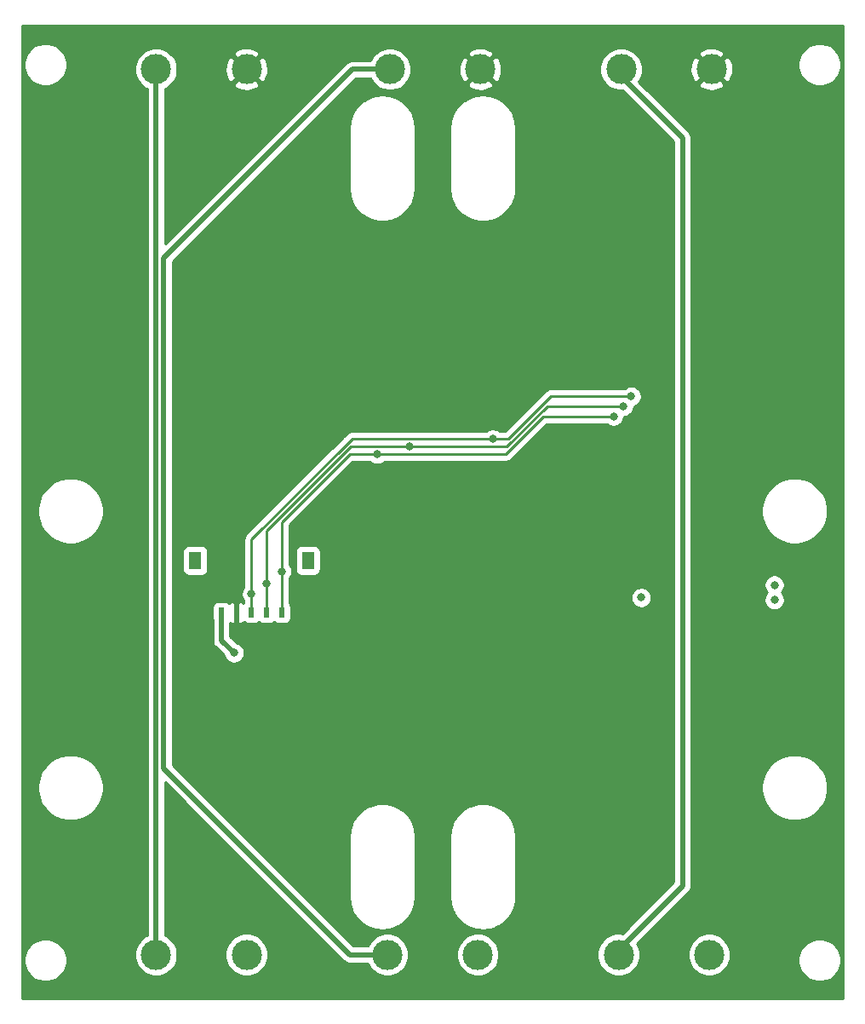
<source format=gbr>
%TF.GenerationSoftware,KiCad,Pcbnew,(5.1.10)-1*%
%TF.CreationDate,2022-05-08T17:12:19-07:00*%
%TF.ProjectId,solar-panel-side-XY,736f6c61-722d-4706-916e-656c2d736964,1.0*%
%TF.SameCoordinates,Original*%
%TF.FileFunction,Copper,L4,Bot*%
%TF.FilePolarity,Positive*%
%FSLAX46Y46*%
G04 Gerber Fmt 4.6, Leading zero omitted, Abs format (unit mm)*
G04 Created by KiCad (PCBNEW (5.1.10)-1) date 2022-05-08 17:12:19*
%MOMM*%
%LPD*%
G01*
G04 APERTURE LIST*
%TA.AperFunction,SMDPad,CuDef*%
%ADD10R,1.250000X1.800000*%
%TD*%
%TA.AperFunction,SMDPad,CuDef*%
%ADD11R,0.600000X1.000000*%
%TD*%
%TA.AperFunction,ComponentPad*%
%ADD12C,3.000000*%
%TD*%
%TA.AperFunction,ViaPad*%
%ADD13C,0.800000*%
%TD*%
%TA.AperFunction,Conductor*%
%ADD14C,0.250000*%
%TD*%
%TA.AperFunction,Conductor*%
%ADD15C,0.500000*%
%TD*%
%TA.AperFunction,Conductor*%
%ADD16C,0.254000*%
%TD*%
%TA.AperFunction,Conductor*%
%ADD17C,0.100000*%
%TD*%
G04 APERTURE END LIST*
D10*
%TO.P,J1,7*%
%TO.N,Net-(J1-Pad7)*%
X132104999Y-119560000D03*
%TO.P,J1,6*%
%TO.N,Net-(J1-Pad6)*%
X120895001Y-119560000D03*
D11*
%TO.P,J1,5*%
%TO.N,SDA*%
X129500001Y-124750000D03*
%TO.P,J1,4*%
%TO.N,SCL*%
X128000001Y-124750000D03*
%TO.P,J1,3*%
%TO.N,+3V3*%
X126499999Y-124750000D03*
%TO.P,J1,2*%
%TO.N,GND*%
X125000000Y-124750000D03*
%TO.P,J1,1*%
%TO.N,VSOLAR*%
X123500000Y-124750000D03*
%TD*%
D12*
%TO.P,SC6,2*%
%TO.N,GND*%
X172250000Y-70750000D03*
%TO.P,SC6,1*%
%TO.N,Net-(SC5-Pad2)*%
X163250000Y-70750000D03*
%TD*%
%TO.P,SC5,2*%
%TO.N,Net-(SC5-Pad2)*%
X163000000Y-158750000D03*
%TO.P,SC5,1*%
%TO.N,Net-(D3-Pad2)*%
X172000000Y-158750000D03*
%TD*%
%TO.P,SC4,2*%
%TO.N,GND*%
X149250000Y-70750000D03*
%TO.P,SC4,1*%
%TO.N,Net-(SC3-Pad2)*%
X140250000Y-70750000D03*
%TD*%
%TO.P,SC3,2*%
%TO.N,Net-(SC3-Pad2)*%
X140000000Y-158750000D03*
%TO.P,SC3,1*%
%TO.N,Net-(D2-Pad2)*%
X149000000Y-158750000D03*
%TD*%
%TO.P,SC2,2*%
%TO.N,GND*%
X126000000Y-70750000D03*
%TO.P,SC2,1*%
%TO.N,Net-(SC1-Pad2)*%
X117000000Y-70750000D03*
%TD*%
%TO.P,SC1,2*%
%TO.N,Net-(SC1-Pad2)*%
X117000000Y-158750000D03*
%TO.P,SC1,1*%
%TO.N,Net-(D1-Pad2)*%
X126000000Y-158750000D03*
%TD*%
D13*
%TO.N,GND*%
X124000000Y-115750000D03*
X164000000Y-109750000D03*
X145500000Y-102000000D03*
%TO.N,+3V3*%
X164250000Y-103250000D03*
X150500000Y-107500000D03*
X126500000Y-122894997D03*
%TO.N,VSOLAR*%
X124750000Y-128750000D03*
%TO.N,SDA*%
X162500000Y-105250000D03*
X139000000Y-109000000D03*
X129500000Y-120644998D03*
%TO.N,SCL*%
X163500000Y-104250000D03*
X142250000Y-108250000D03*
X128000000Y-121894996D03*
%TO.N,Net-(U2-Pad6)*%
X165250000Y-123250000D03*
X178500000Y-122000000D03*
X178500000Y-123500000D03*
%TD*%
D14*
%TO.N,+3V3*%
X151500000Y-107500000D02*
X152000000Y-107500000D01*
X152000000Y-107500000D02*
X156250000Y-103250000D01*
X156250000Y-103250000D02*
X164250000Y-103250000D01*
X164250000Y-103250000D02*
X164250000Y-103250000D01*
X126355003Y-124605004D02*
X126499999Y-124750000D01*
X136477180Y-107500000D02*
X136500000Y-107500000D01*
X136500000Y-107500000D02*
X151500000Y-107500000D01*
X126499999Y-124750000D02*
X126499999Y-117499999D01*
X126499999Y-117477181D02*
X126499999Y-117499999D01*
X136200010Y-107799990D02*
X136177189Y-107799991D01*
X136177189Y-107799991D02*
X126499999Y-117477181D01*
X136500000Y-107500000D02*
X136200010Y-107799990D01*
D15*
%TO.N,VSOLAR*%
X123500000Y-127500000D02*
X124750000Y-128750000D01*
X123500000Y-124750000D02*
X123500000Y-127500000D01*
%TO.N,Net-(SC1-Pad2)*%
X117000000Y-71250000D02*
X117000000Y-158250000D01*
%TO.N,Net-(SC3-Pad2)*%
X140000000Y-70750000D02*
X136500000Y-70750000D01*
X136500000Y-70750000D02*
X117750000Y-89500000D01*
X140000000Y-158750000D02*
X136250000Y-158750000D01*
X117750000Y-140250000D02*
X117750000Y-138750000D01*
X136250000Y-158750000D02*
X117750000Y-140250000D01*
X117750000Y-89500000D02*
X117750000Y-138750000D01*
D14*
%TO.N,SDA*%
X155522820Y-105250000D02*
X151772820Y-109000000D01*
X162500000Y-105250000D02*
X155522820Y-105250000D01*
X129500001Y-115749999D02*
X136250000Y-109000000D01*
X129500001Y-124750000D02*
X129500001Y-115749999D01*
X151772820Y-109000000D02*
X136250000Y-109000000D01*
%TO.N,SCL*%
X155886410Y-104250000D02*
X151886410Y-108250000D01*
X163500000Y-104250000D02*
X155886410Y-104250000D01*
X136363590Y-108250000D02*
X136500000Y-108250000D01*
X128000001Y-124750000D02*
X128000001Y-116613589D01*
X128000001Y-116613589D02*
X136363590Y-108250000D01*
X151886410Y-108250000D02*
X136500000Y-108250000D01*
D15*
%TO.N,Net-(SC5-Pad2)*%
X169350001Y-77600001D02*
X169350001Y-151899999D01*
X169350001Y-151899999D02*
X163000000Y-158250000D01*
X163000000Y-71250000D02*
X169350001Y-77600001D01*
%TD*%
D16*
%TO.N,GND*%
X185340000Y-163090000D02*
X103660000Y-163090000D01*
X103660000Y-159088773D01*
X103855377Y-159088773D01*
X103855377Y-159511227D01*
X103937794Y-159925563D01*
X104099460Y-160315860D01*
X104334162Y-160667118D01*
X104632882Y-160965838D01*
X104984140Y-161200540D01*
X105374437Y-161362206D01*
X105788773Y-161444623D01*
X106211227Y-161444623D01*
X106625563Y-161362206D01*
X107015860Y-161200540D01*
X107367118Y-160965838D01*
X107665838Y-160667118D01*
X107900540Y-160315860D01*
X108062206Y-159925563D01*
X108144623Y-159511227D01*
X108144623Y-159088773D01*
X108062206Y-158674437D01*
X107900540Y-158284140D01*
X107665838Y-157932882D01*
X107367118Y-157634162D01*
X107015860Y-157399460D01*
X106625563Y-157237794D01*
X106211227Y-157155377D01*
X105788773Y-157155377D01*
X105374437Y-157237794D01*
X104984140Y-157399460D01*
X104632882Y-157634162D01*
X104334162Y-157932882D01*
X104099460Y-158284140D01*
X103937794Y-158674437D01*
X103855377Y-159088773D01*
X103660000Y-159088773D01*
X103660000Y-141826053D01*
X105210914Y-141826053D01*
X105210914Y-142473947D01*
X105337312Y-143109391D01*
X105585250Y-143707966D01*
X105945200Y-144246670D01*
X106403330Y-144704800D01*
X106942034Y-145064750D01*
X107540609Y-145312688D01*
X108176053Y-145439086D01*
X108823947Y-145439086D01*
X109459391Y-145312688D01*
X110057966Y-145064750D01*
X110596670Y-144704800D01*
X111054800Y-144246670D01*
X111414750Y-143707966D01*
X111662688Y-143109391D01*
X111789086Y-142473947D01*
X111789086Y-141826053D01*
X111662688Y-141190609D01*
X111414750Y-140592034D01*
X111054800Y-140053330D01*
X110596670Y-139595200D01*
X110057966Y-139235250D01*
X109459391Y-138987312D01*
X108823947Y-138860914D01*
X108176053Y-138860914D01*
X107540609Y-138987312D01*
X106942034Y-139235250D01*
X106403330Y-139595200D01*
X105945200Y-140053330D01*
X105585250Y-140592034D01*
X105337312Y-141190609D01*
X105210914Y-141826053D01*
X103660000Y-141826053D01*
X103660000Y-114326053D01*
X105210914Y-114326053D01*
X105210914Y-114973947D01*
X105337312Y-115609391D01*
X105585250Y-116207966D01*
X105945200Y-116746670D01*
X106403330Y-117204800D01*
X106942034Y-117564750D01*
X107540609Y-117812688D01*
X108176053Y-117939086D01*
X108823947Y-117939086D01*
X109459391Y-117812688D01*
X110057966Y-117564750D01*
X110596670Y-117204800D01*
X111054800Y-116746670D01*
X111414750Y-116207966D01*
X111662688Y-115609391D01*
X111789086Y-114973947D01*
X111789086Y-114326053D01*
X111662688Y-113690609D01*
X111414750Y-113092034D01*
X111054800Y-112553330D01*
X110596670Y-112095200D01*
X110057966Y-111735250D01*
X109459391Y-111487312D01*
X108823947Y-111360914D01*
X108176053Y-111360914D01*
X107540609Y-111487312D01*
X106942034Y-111735250D01*
X106403330Y-112095200D01*
X105945200Y-112553330D01*
X105585250Y-113092034D01*
X105337312Y-113690609D01*
X105210914Y-114326053D01*
X103660000Y-114326053D01*
X103660000Y-70088773D01*
X103855377Y-70088773D01*
X103855377Y-70511227D01*
X103937794Y-70925563D01*
X104099460Y-71315860D01*
X104334162Y-71667118D01*
X104632882Y-71965838D01*
X104984140Y-72200540D01*
X105374437Y-72362206D01*
X105788773Y-72444623D01*
X106211227Y-72444623D01*
X106625563Y-72362206D01*
X107015860Y-72200540D01*
X107367118Y-71965838D01*
X107665838Y-71667118D01*
X107900540Y-71315860D01*
X108062206Y-70925563D01*
X108138955Y-70539721D01*
X114865000Y-70539721D01*
X114865000Y-70960279D01*
X114947047Y-71372756D01*
X115107988Y-71761302D01*
X115341637Y-72110983D01*
X115639017Y-72408363D01*
X115988698Y-72642012D01*
X116115000Y-72694328D01*
X116115001Y-156805672D01*
X115988698Y-156857988D01*
X115639017Y-157091637D01*
X115341637Y-157389017D01*
X115107988Y-157738698D01*
X114947047Y-158127244D01*
X114865000Y-158539721D01*
X114865000Y-158960279D01*
X114947047Y-159372756D01*
X115107988Y-159761302D01*
X115341637Y-160110983D01*
X115639017Y-160408363D01*
X115988698Y-160642012D01*
X116377244Y-160802953D01*
X116789721Y-160885000D01*
X117210279Y-160885000D01*
X117622756Y-160802953D01*
X118011302Y-160642012D01*
X118360983Y-160408363D01*
X118658363Y-160110983D01*
X118892012Y-159761302D01*
X119052953Y-159372756D01*
X119135000Y-158960279D01*
X119135000Y-158539721D01*
X123865000Y-158539721D01*
X123865000Y-158960279D01*
X123947047Y-159372756D01*
X124107988Y-159761302D01*
X124341637Y-160110983D01*
X124639017Y-160408363D01*
X124988698Y-160642012D01*
X125377244Y-160802953D01*
X125789721Y-160885000D01*
X126210279Y-160885000D01*
X126622756Y-160802953D01*
X127011302Y-160642012D01*
X127360983Y-160408363D01*
X127658363Y-160110983D01*
X127892012Y-159761302D01*
X128052953Y-159372756D01*
X128135000Y-158960279D01*
X128135000Y-158539721D01*
X128052953Y-158127244D01*
X127892012Y-157738698D01*
X127658363Y-157389017D01*
X127360983Y-157091637D01*
X127011302Y-156857988D01*
X126622756Y-156697047D01*
X126210279Y-156615000D01*
X125789721Y-156615000D01*
X125377244Y-156697047D01*
X124988698Y-156857988D01*
X124639017Y-157091637D01*
X124341637Y-157389017D01*
X124107988Y-157738698D01*
X123947047Y-158127244D01*
X123865000Y-158539721D01*
X119135000Y-158539721D01*
X119052953Y-158127244D01*
X118892012Y-157738698D01*
X118658363Y-157389017D01*
X118360983Y-157091637D01*
X118011302Y-156857988D01*
X117885000Y-156805672D01*
X117885000Y-141636578D01*
X135593470Y-159345049D01*
X135621183Y-159378817D01*
X135654951Y-159406530D01*
X135654953Y-159406532D01*
X135755941Y-159489411D01*
X135909687Y-159571589D01*
X136076510Y-159622195D01*
X136206523Y-159635000D01*
X136206531Y-159635000D01*
X136250000Y-159639281D01*
X136293469Y-159635000D01*
X138055672Y-159635000D01*
X138107988Y-159761302D01*
X138341637Y-160110983D01*
X138639017Y-160408363D01*
X138988698Y-160642012D01*
X139377244Y-160802953D01*
X139789721Y-160885000D01*
X140210279Y-160885000D01*
X140622756Y-160802953D01*
X141011302Y-160642012D01*
X141360983Y-160408363D01*
X141658363Y-160110983D01*
X141892012Y-159761302D01*
X142052953Y-159372756D01*
X142135000Y-158960279D01*
X142135000Y-158539721D01*
X146865000Y-158539721D01*
X146865000Y-158960279D01*
X146947047Y-159372756D01*
X147107988Y-159761302D01*
X147341637Y-160110983D01*
X147639017Y-160408363D01*
X147988698Y-160642012D01*
X148377244Y-160802953D01*
X148789721Y-160885000D01*
X149210279Y-160885000D01*
X149622756Y-160802953D01*
X150011302Y-160642012D01*
X150360983Y-160408363D01*
X150658363Y-160110983D01*
X150892012Y-159761302D01*
X151052953Y-159372756D01*
X151135000Y-158960279D01*
X151135000Y-158539721D01*
X160865000Y-158539721D01*
X160865000Y-158960279D01*
X160947047Y-159372756D01*
X161107988Y-159761302D01*
X161341637Y-160110983D01*
X161639017Y-160408363D01*
X161988698Y-160642012D01*
X162377244Y-160802953D01*
X162789721Y-160885000D01*
X163210279Y-160885000D01*
X163622756Y-160802953D01*
X164011302Y-160642012D01*
X164360983Y-160408363D01*
X164658363Y-160110983D01*
X164892012Y-159761302D01*
X165052953Y-159372756D01*
X165135000Y-158960279D01*
X165135000Y-158539721D01*
X169865000Y-158539721D01*
X169865000Y-158960279D01*
X169947047Y-159372756D01*
X170107988Y-159761302D01*
X170341637Y-160110983D01*
X170639017Y-160408363D01*
X170988698Y-160642012D01*
X171377244Y-160802953D01*
X171789721Y-160885000D01*
X172210279Y-160885000D01*
X172622756Y-160802953D01*
X173011302Y-160642012D01*
X173360983Y-160408363D01*
X173658363Y-160110983D01*
X173892012Y-159761302D01*
X174052953Y-159372756D01*
X174109440Y-159088773D01*
X180855377Y-159088773D01*
X180855377Y-159511227D01*
X180937794Y-159925563D01*
X181099460Y-160315860D01*
X181334162Y-160667118D01*
X181632882Y-160965838D01*
X181984140Y-161200540D01*
X182374437Y-161362206D01*
X182788773Y-161444623D01*
X183211227Y-161444623D01*
X183625563Y-161362206D01*
X184015860Y-161200540D01*
X184367118Y-160965838D01*
X184665838Y-160667118D01*
X184900540Y-160315860D01*
X185062206Y-159925563D01*
X185144623Y-159511227D01*
X185144623Y-159088773D01*
X185062206Y-158674437D01*
X184900540Y-158284140D01*
X184665838Y-157932882D01*
X184367118Y-157634162D01*
X184015860Y-157399460D01*
X183625563Y-157237794D01*
X183211227Y-157155377D01*
X182788773Y-157155377D01*
X182374437Y-157237794D01*
X181984140Y-157399460D01*
X181632882Y-157634162D01*
X181334162Y-157932882D01*
X181099460Y-158284140D01*
X180937794Y-158674437D01*
X180855377Y-159088773D01*
X174109440Y-159088773D01*
X174135000Y-158960279D01*
X174135000Y-158539721D01*
X174052953Y-158127244D01*
X173892012Y-157738698D01*
X173658363Y-157389017D01*
X173360983Y-157091637D01*
X173011302Y-156857988D01*
X172622756Y-156697047D01*
X172210279Y-156615000D01*
X171789721Y-156615000D01*
X171377244Y-156697047D01*
X170988698Y-156857988D01*
X170639017Y-157091637D01*
X170341637Y-157389017D01*
X170107988Y-157738698D01*
X169947047Y-158127244D01*
X169865000Y-158539721D01*
X165135000Y-158539721D01*
X165052953Y-158127244D01*
X164892012Y-157738698D01*
X164840289Y-157661289D01*
X169945050Y-152556529D01*
X169978818Y-152528816D01*
X170014255Y-152485637D01*
X170089412Y-152394058D01*
X170171590Y-152240313D01*
X170222196Y-152073489D01*
X170235001Y-151943476D01*
X170235001Y-151943468D01*
X170239282Y-151899999D01*
X170235001Y-151856530D01*
X170235001Y-141826053D01*
X177210914Y-141826053D01*
X177210914Y-142473947D01*
X177337312Y-143109391D01*
X177585250Y-143707966D01*
X177945200Y-144246670D01*
X178403330Y-144704800D01*
X178942034Y-145064750D01*
X179540609Y-145312688D01*
X180176053Y-145439086D01*
X180823947Y-145439086D01*
X181459391Y-145312688D01*
X182057966Y-145064750D01*
X182596670Y-144704800D01*
X183054800Y-144246670D01*
X183414750Y-143707966D01*
X183662688Y-143109391D01*
X183789086Y-142473947D01*
X183789086Y-141826053D01*
X183662688Y-141190609D01*
X183414750Y-140592034D01*
X183054800Y-140053330D01*
X182596670Y-139595200D01*
X182057966Y-139235250D01*
X181459391Y-138987312D01*
X180823947Y-138860914D01*
X180176053Y-138860914D01*
X179540609Y-138987312D01*
X178942034Y-139235250D01*
X178403330Y-139595200D01*
X177945200Y-140053330D01*
X177585250Y-140592034D01*
X177337312Y-141190609D01*
X177210914Y-141826053D01*
X170235001Y-141826053D01*
X170235001Y-121898061D01*
X177465000Y-121898061D01*
X177465000Y-122101939D01*
X177504774Y-122301898D01*
X177582795Y-122490256D01*
X177696063Y-122659774D01*
X177786289Y-122750000D01*
X177696063Y-122840226D01*
X177582795Y-123009744D01*
X177504774Y-123198102D01*
X177465000Y-123398061D01*
X177465000Y-123601939D01*
X177504774Y-123801898D01*
X177582795Y-123990256D01*
X177696063Y-124159774D01*
X177840226Y-124303937D01*
X178009744Y-124417205D01*
X178198102Y-124495226D01*
X178398061Y-124535000D01*
X178601939Y-124535000D01*
X178801898Y-124495226D01*
X178990256Y-124417205D01*
X179159774Y-124303937D01*
X179303937Y-124159774D01*
X179417205Y-123990256D01*
X179495226Y-123801898D01*
X179535000Y-123601939D01*
X179535000Y-123398061D01*
X179495226Y-123198102D01*
X179417205Y-123009744D01*
X179303937Y-122840226D01*
X179213711Y-122750000D01*
X179303937Y-122659774D01*
X179417205Y-122490256D01*
X179495226Y-122301898D01*
X179535000Y-122101939D01*
X179535000Y-121898061D01*
X179495226Y-121698102D01*
X179417205Y-121509744D01*
X179303937Y-121340226D01*
X179159774Y-121196063D01*
X178990256Y-121082795D01*
X178801898Y-121004774D01*
X178601939Y-120965000D01*
X178398061Y-120965000D01*
X178198102Y-121004774D01*
X178009744Y-121082795D01*
X177840226Y-121196063D01*
X177696063Y-121340226D01*
X177582795Y-121509744D01*
X177504774Y-121698102D01*
X177465000Y-121898061D01*
X170235001Y-121898061D01*
X170235001Y-114326053D01*
X177210914Y-114326053D01*
X177210914Y-114973947D01*
X177337312Y-115609391D01*
X177585250Y-116207966D01*
X177945200Y-116746670D01*
X178403330Y-117204800D01*
X178942034Y-117564750D01*
X179540609Y-117812688D01*
X180176053Y-117939086D01*
X180823947Y-117939086D01*
X181459391Y-117812688D01*
X182057966Y-117564750D01*
X182596670Y-117204800D01*
X183054800Y-116746670D01*
X183414750Y-116207966D01*
X183662688Y-115609391D01*
X183789086Y-114973947D01*
X183789086Y-114326053D01*
X183662688Y-113690609D01*
X183414750Y-113092034D01*
X183054800Y-112553330D01*
X182596670Y-112095200D01*
X182057966Y-111735250D01*
X181459391Y-111487312D01*
X180823947Y-111360914D01*
X180176053Y-111360914D01*
X179540609Y-111487312D01*
X178942034Y-111735250D01*
X178403330Y-112095200D01*
X177945200Y-112553330D01*
X177585250Y-113092034D01*
X177337312Y-113690609D01*
X177210914Y-114326053D01*
X170235001Y-114326053D01*
X170235001Y-77643470D01*
X170239282Y-77600001D01*
X170235001Y-77556532D01*
X170235001Y-77556524D01*
X170222196Y-77426511D01*
X170171685Y-77260000D01*
X170171590Y-77259687D01*
X170089412Y-77105942D01*
X170006533Y-77004954D01*
X170006531Y-77004952D01*
X169978818Y-76971184D01*
X169945052Y-76943473D01*
X165243232Y-72241653D01*
X170937952Y-72241653D01*
X171093962Y-72557214D01*
X171468745Y-72748020D01*
X171873551Y-72862044D01*
X172292824Y-72894902D01*
X172710451Y-72845334D01*
X173110383Y-72715243D01*
X173406038Y-72557214D01*
X173562048Y-72241653D01*
X172250000Y-70929605D01*
X170937952Y-72241653D01*
X165243232Y-72241653D01*
X164990153Y-71988575D01*
X165142012Y-71761302D01*
X165302953Y-71372756D01*
X165385000Y-70960279D01*
X165385000Y-70792824D01*
X170105098Y-70792824D01*
X170154666Y-71210451D01*
X170284757Y-71610383D01*
X170442786Y-71906038D01*
X170758347Y-72062048D01*
X172070395Y-70750000D01*
X172429605Y-70750000D01*
X173741653Y-72062048D01*
X174057214Y-71906038D01*
X174248020Y-71531255D01*
X174362044Y-71126449D01*
X174394902Y-70707176D01*
X174345334Y-70289549D01*
X174280026Y-70088773D01*
X180855377Y-70088773D01*
X180855377Y-70511227D01*
X180937794Y-70925563D01*
X181099460Y-71315860D01*
X181334162Y-71667118D01*
X181632882Y-71965838D01*
X181984140Y-72200540D01*
X182374437Y-72362206D01*
X182788773Y-72444623D01*
X183211227Y-72444623D01*
X183625563Y-72362206D01*
X184015860Y-72200540D01*
X184367118Y-71965838D01*
X184665838Y-71667118D01*
X184900540Y-71315860D01*
X185062206Y-70925563D01*
X185144623Y-70511227D01*
X185144623Y-70088773D01*
X185062206Y-69674437D01*
X184900540Y-69284140D01*
X184665838Y-68932882D01*
X184367118Y-68634162D01*
X184015860Y-68399460D01*
X183625563Y-68237794D01*
X183211227Y-68155377D01*
X182788773Y-68155377D01*
X182374437Y-68237794D01*
X181984140Y-68399460D01*
X181632882Y-68634162D01*
X181334162Y-68932882D01*
X181099460Y-69284140D01*
X180937794Y-69674437D01*
X180855377Y-70088773D01*
X174280026Y-70088773D01*
X174215243Y-69889617D01*
X174057214Y-69593962D01*
X173741653Y-69437952D01*
X172429605Y-70750000D01*
X172070395Y-70750000D01*
X170758347Y-69437952D01*
X170442786Y-69593962D01*
X170251980Y-69968745D01*
X170137956Y-70373551D01*
X170105098Y-70792824D01*
X165385000Y-70792824D01*
X165385000Y-70539721D01*
X165302953Y-70127244D01*
X165142012Y-69738698D01*
X164908363Y-69389017D01*
X164777693Y-69258347D01*
X170937952Y-69258347D01*
X172250000Y-70570395D01*
X173562048Y-69258347D01*
X173406038Y-68942786D01*
X173031255Y-68751980D01*
X172626449Y-68637956D01*
X172207176Y-68605098D01*
X171789549Y-68654666D01*
X171389617Y-68784757D01*
X171093962Y-68942786D01*
X170937952Y-69258347D01*
X164777693Y-69258347D01*
X164610983Y-69091637D01*
X164261302Y-68857988D01*
X163872756Y-68697047D01*
X163460279Y-68615000D01*
X163039721Y-68615000D01*
X162627244Y-68697047D01*
X162238698Y-68857988D01*
X161889017Y-69091637D01*
X161591637Y-69389017D01*
X161357988Y-69738698D01*
X161197047Y-70127244D01*
X161115000Y-70539721D01*
X161115000Y-70960279D01*
X161197047Y-71372756D01*
X161357988Y-71761302D01*
X161591637Y-72110983D01*
X161889017Y-72408363D01*
X162238698Y-72642012D01*
X162627244Y-72802953D01*
X163039721Y-72885000D01*
X163383422Y-72885000D01*
X168465001Y-77966580D01*
X168465002Y-151533419D01*
X163354696Y-156643726D01*
X163210279Y-156615000D01*
X162789721Y-156615000D01*
X162377244Y-156697047D01*
X161988698Y-156857988D01*
X161639017Y-157091637D01*
X161341637Y-157389017D01*
X161107988Y-157738698D01*
X160947047Y-158127244D01*
X160865000Y-158539721D01*
X151135000Y-158539721D01*
X151052953Y-158127244D01*
X150892012Y-157738698D01*
X150658363Y-157389017D01*
X150360983Y-157091637D01*
X150011302Y-156857988D01*
X149622756Y-156697047D01*
X149210279Y-156615000D01*
X148789721Y-156615000D01*
X148377244Y-156697047D01*
X147988698Y-156857988D01*
X147639017Y-157091637D01*
X147341637Y-157389017D01*
X147107988Y-157738698D01*
X146947047Y-158127244D01*
X146865000Y-158539721D01*
X142135000Y-158539721D01*
X142052953Y-158127244D01*
X141892012Y-157738698D01*
X141658363Y-157389017D01*
X141360983Y-157091637D01*
X141011302Y-156857988D01*
X140622756Y-156697047D01*
X140210279Y-156615000D01*
X139789721Y-156615000D01*
X139377244Y-156697047D01*
X138988698Y-156857988D01*
X138639017Y-157091637D01*
X138341637Y-157389017D01*
X138107988Y-157738698D01*
X138055672Y-157865000D01*
X136616579Y-157865000D01*
X131783997Y-153032418D01*
X136190000Y-153032418D01*
X136190226Y-153034712D01*
X136190274Y-153041602D01*
X136193408Y-153071421D01*
X136193408Y-153101405D01*
X136194371Y-153110570D01*
X136252022Y-153624536D01*
X136264458Y-153683039D01*
X136276078Y-153741727D01*
X136278803Y-153750530D01*
X136435185Y-154243509D01*
X136458736Y-154298456D01*
X136481545Y-154353797D01*
X136485929Y-154361903D01*
X136735087Y-154815120D01*
X136768856Y-154864439D01*
X136801985Y-154914303D01*
X136807860Y-154921403D01*
X137140302Y-155317593D01*
X137183052Y-155359456D01*
X137225192Y-155401892D01*
X137232334Y-155407716D01*
X137635399Y-155731789D01*
X137685452Y-155764542D01*
X137735045Y-155797994D01*
X137743182Y-155802320D01*
X138201518Y-156041931D01*
X138256950Y-156064327D01*
X138312126Y-156087521D01*
X138320948Y-156090184D01*
X138817094Y-156236208D01*
X138875828Y-156247412D01*
X138934451Y-156259446D01*
X138943623Y-156260345D01*
X139458683Y-156307219D01*
X139518501Y-156306801D01*
X139578318Y-156307219D01*
X139587489Y-156306319D01*
X139587491Y-156306319D01*
X140101845Y-156252258D01*
X140160401Y-156240238D01*
X140219201Y-156229022D01*
X140228023Y-156226358D01*
X140722084Y-156073421D01*
X140777252Y-156050230D01*
X140832691Y-156027832D01*
X140840827Y-156023506D01*
X141295772Y-155777519D01*
X141345373Y-155744063D01*
X141395420Y-155711313D01*
X141402561Y-155705489D01*
X141801062Y-155375820D01*
X141843221Y-155333365D01*
X141885951Y-155291521D01*
X141891825Y-155284420D01*
X142218704Y-154883628D01*
X142251798Y-154833817D01*
X142285604Y-154784445D01*
X142289987Y-154776339D01*
X142532792Y-154319687D01*
X142555583Y-154264393D01*
X142579153Y-154209400D01*
X142581878Y-154200597D01*
X142731362Y-153705482D01*
X142742982Y-153646794D01*
X142755418Y-153588291D01*
X142756381Y-153579126D01*
X142806850Y-153064405D01*
X142806850Y-153064402D01*
X142810000Y-153032419D01*
X142810000Y-146967582D01*
X146190000Y-146967582D01*
X146190001Y-153032419D01*
X146190226Y-153034702D01*
X146190274Y-153041602D01*
X146193408Y-153071421D01*
X146193408Y-153101405D01*
X146194371Y-153110570D01*
X146252022Y-153624536D01*
X146264458Y-153683039D01*
X146276078Y-153741727D01*
X146278803Y-153750530D01*
X146435185Y-154243509D01*
X146458736Y-154298456D01*
X146481545Y-154353797D01*
X146485929Y-154361903D01*
X146735087Y-154815120D01*
X146768856Y-154864439D01*
X146801985Y-154914303D01*
X146807860Y-154921403D01*
X147140302Y-155317593D01*
X147183052Y-155359456D01*
X147225192Y-155401892D01*
X147232334Y-155407716D01*
X147635399Y-155731789D01*
X147685452Y-155764542D01*
X147735045Y-155797994D01*
X147743182Y-155802320D01*
X148201518Y-156041931D01*
X148256950Y-156064327D01*
X148312126Y-156087521D01*
X148320948Y-156090184D01*
X148817094Y-156236208D01*
X148875828Y-156247412D01*
X148934451Y-156259446D01*
X148943623Y-156260345D01*
X149458683Y-156307219D01*
X149518501Y-156306801D01*
X149578318Y-156307219D01*
X149587489Y-156306319D01*
X149587491Y-156306319D01*
X150101845Y-156252258D01*
X150160401Y-156240238D01*
X150219201Y-156229022D01*
X150228023Y-156226358D01*
X150722084Y-156073421D01*
X150777252Y-156050230D01*
X150832691Y-156027832D01*
X150840827Y-156023506D01*
X151295772Y-155777519D01*
X151345373Y-155744063D01*
X151395420Y-155711313D01*
X151402561Y-155705489D01*
X151801062Y-155375820D01*
X151843221Y-155333365D01*
X151885951Y-155291521D01*
X151891825Y-155284420D01*
X152218704Y-154883628D01*
X152251798Y-154833817D01*
X152285604Y-154784445D01*
X152289987Y-154776339D01*
X152532792Y-154319687D01*
X152555583Y-154264393D01*
X152579153Y-154209400D01*
X152581878Y-154200597D01*
X152731362Y-153705482D01*
X152742982Y-153646794D01*
X152755418Y-153588291D01*
X152756381Y-153579126D01*
X152806850Y-153064405D01*
X152806850Y-153064402D01*
X152810000Y-153032419D01*
X152810000Y-146967581D01*
X152809774Y-146965287D01*
X152809726Y-146958398D01*
X152806592Y-146928579D01*
X152806592Y-146898594D01*
X152805629Y-146889430D01*
X152747978Y-146375464D01*
X152735542Y-146316961D01*
X152723922Y-146258273D01*
X152721197Y-146249470D01*
X152564815Y-145756490D01*
X152541259Y-145701530D01*
X152518455Y-145646203D01*
X152514072Y-145638097D01*
X152264913Y-145184880D01*
X152231126Y-145135535D01*
X152198014Y-145085697D01*
X152192140Y-145078597D01*
X151859697Y-144682407D01*
X151816967Y-144640563D01*
X151774808Y-144598108D01*
X151767666Y-144592284D01*
X151364601Y-144268212D01*
X151314582Y-144235481D01*
X151264955Y-144202006D01*
X151256818Y-144197680D01*
X150798482Y-143958068D01*
X150743017Y-143935659D01*
X150687874Y-143912479D01*
X150679052Y-143909816D01*
X150182905Y-143763792D01*
X150124186Y-143752591D01*
X150065549Y-143740554D01*
X150056378Y-143739655D01*
X149541317Y-143692781D01*
X149481500Y-143693199D01*
X149421682Y-143692781D01*
X149412511Y-143693681D01*
X148898155Y-143747742D01*
X148839624Y-143759757D01*
X148780799Y-143770978D01*
X148771977Y-143773642D01*
X148277917Y-143926579D01*
X148222762Y-143949764D01*
X148167309Y-143972168D01*
X148159177Y-143976493D01*
X148159172Y-143976495D01*
X148159168Y-143976498D01*
X147704228Y-144222481D01*
X147654627Y-144255937D01*
X147604580Y-144288687D01*
X147597439Y-144294512D01*
X147198938Y-144624180D01*
X147156781Y-144666632D01*
X147114048Y-144708479D01*
X147108174Y-144715580D01*
X146781296Y-145116373D01*
X146748203Y-145166181D01*
X146714396Y-145215555D01*
X146710013Y-145223661D01*
X146467207Y-145680313D01*
X146444408Y-145735628D01*
X146420847Y-145790600D01*
X146418122Y-145799403D01*
X146268638Y-146294518D01*
X146257015Y-146353221D01*
X146244582Y-146411710D01*
X146243619Y-146420874D01*
X146193150Y-146935595D01*
X146190000Y-146967582D01*
X142810000Y-146967582D01*
X142810000Y-146967581D01*
X142809774Y-146965287D01*
X142809726Y-146958398D01*
X142806592Y-146928579D01*
X142806592Y-146898594D01*
X142805629Y-146889430D01*
X142747978Y-146375464D01*
X142735542Y-146316961D01*
X142723922Y-146258273D01*
X142721197Y-146249470D01*
X142564815Y-145756490D01*
X142541259Y-145701530D01*
X142518455Y-145646203D01*
X142514072Y-145638097D01*
X142264913Y-145184880D01*
X142231126Y-145135535D01*
X142198014Y-145085697D01*
X142192140Y-145078597D01*
X141859697Y-144682407D01*
X141816967Y-144640563D01*
X141774808Y-144598108D01*
X141767666Y-144592284D01*
X141364601Y-144268212D01*
X141314582Y-144235481D01*
X141264955Y-144202006D01*
X141256818Y-144197680D01*
X140798482Y-143958068D01*
X140743017Y-143935659D01*
X140687874Y-143912479D01*
X140679052Y-143909816D01*
X140182905Y-143763792D01*
X140124186Y-143752591D01*
X140065549Y-143740554D01*
X140056378Y-143739655D01*
X139541317Y-143692781D01*
X139481500Y-143693199D01*
X139421682Y-143692781D01*
X139412511Y-143693681D01*
X138898155Y-143747742D01*
X138839624Y-143759757D01*
X138780799Y-143770978D01*
X138771977Y-143773642D01*
X138277917Y-143926579D01*
X138222762Y-143949764D01*
X138167309Y-143972168D01*
X138159177Y-143976493D01*
X138159172Y-143976495D01*
X138159168Y-143976498D01*
X137704228Y-144222481D01*
X137654627Y-144255937D01*
X137604580Y-144288687D01*
X137597439Y-144294512D01*
X137198938Y-144624180D01*
X137156781Y-144666632D01*
X137114048Y-144708479D01*
X137108174Y-144715580D01*
X136781296Y-145116373D01*
X136748203Y-145166181D01*
X136714396Y-145215555D01*
X136710013Y-145223661D01*
X136467207Y-145680313D01*
X136444408Y-145735628D01*
X136420847Y-145790600D01*
X136418122Y-145799403D01*
X136268638Y-146294518D01*
X136257015Y-146353221D01*
X136244582Y-146411710D01*
X136243619Y-146420874D01*
X136193150Y-146935595D01*
X136193150Y-146935608D01*
X136190001Y-146967581D01*
X136190000Y-153032418D01*
X131783997Y-153032418D01*
X118635000Y-139883422D01*
X118635000Y-124250000D01*
X122561928Y-124250000D01*
X122561928Y-125250000D01*
X122574188Y-125374482D01*
X122610498Y-125494180D01*
X122615000Y-125502603D01*
X122615001Y-127456521D01*
X122610719Y-127500000D01*
X122627805Y-127673490D01*
X122678412Y-127840313D01*
X122760590Y-127994059D01*
X122843468Y-128095046D01*
X122843471Y-128095049D01*
X122871184Y-128128817D01*
X122904951Y-128156529D01*
X123743465Y-128995044D01*
X123754774Y-129051898D01*
X123832795Y-129240256D01*
X123946063Y-129409774D01*
X124090226Y-129553937D01*
X124259744Y-129667205D01*
X124448102Y-129745226D01*
X124648061Y-129785000D01*
X124851939Y-129785000D01*
X125051898Y-129745226D01*
X125240256Y-129667205D01*
X125409774Y-129553937D01*
X125553937Y-129409774D01*
X125667205Y-129240256D01*
X125745226Y-129051898D01*
X125785000Y-128851939D01*
X125785000Y-128648061D01*
X125745226Y-128448102D01*
X125667205Y-128259744D01*
X125553937Y-128090226D01*
X125409774Y-127946063D01*
X125240256Y-127832795D01*
X125051898Y-127754774D01*
X124995044Y-127743465D01*
X124385000Y-127133422D01*
X124385000Y-125801647D01*
X124455820Y-125839502D01*
X124575518Y-125875812D01*
X124700000Y-125888072D01*
X124714250Y-125885000D01*
X124873000Y-125726250D01*
X124873000Y-124877000D01*
X124853000Y-124877000D01*
X124853000Y-124623000D01*
X124873000Y-124623000D01*
X124873000Y-123773750D01*
X125127000Y-123773750D01*
X125127000Y-124623000D01*
X125147000Y-124623000D01*
X125147000Y-124877000D01*
X125127000Y-124877000D01*
X125127000Y-125726250D01*
X125285750Y-125885000D01*
X125300000Y-125888072D01*
X125424482Y-125875812D01*
X125544180Y-125839502D01*
X125654494Y-125780537D01*
X125750000Y-125702158D01*
X125845505Y-125780537D01*
X125955819Y-125839502D01*
X126075517Y-125875812D01*
X126199999Y-125888072D01*
X126799999Y-125888072D01*
X126924481Y-125875812D01*
X127044179Y-125839502D01*
X127154493Y-125780537D01*
X127250000Y-125702157D01*
X127345507Y-125780537D01*
X127455821Y-125839502D01*
X127575519Y-125875812D01*
X127700001Y-125888072D01*
X128300001Y-125888072D01*
X128424483Y-125875812D01*
X128544181Y-125839502D01*
X128654495Y-125780537D01*
X128750001Y-125702158D01*
X128845507Y-125780537D01*
X128955821Y-125839502D01*
X129075519Y-125875812D01*
X129200001Y-125888072D01*
X129800001Y-125888072D01*
X129924483Y-125875812D01*
X130044181Y-125839502D01*
X130154495Y-125780537D01*
X130251186Y-125701185D01*
X130330538Y-125604494D01*
X130389503Y-125494180D01*
X130425813Y-125374482D01*
X130438073Y-125250000D01*
X130438073Y-124250000D01*
X130425813Y-124125518D01*
X130389503Y-124005820D01*
X130330538Y-123895506D01*
X130260001Y-123809556D01*
X130260001Y-123148061D01*
X164215000Y-123148061D01*
X164215000Y-123351939D01*
X164254774Y-123551898D01*
X164332795Y-123740256D01*
X164446063Y-123909774D01*
X164590226Y-124053937D01*
X164759744Y-124167205D01*
X164948102Y-124245226D01*
X165148061Y-124285000D01*
X165351939Y-124285000D01*
X165551898Y-124245226D01*
X165740256Y-124167205D01*
X165909774Y-124053937D01*
X166053937Y-123909774D01*
X166167205Y-123740256D01*
X166245226Y-123551898D01*
X166285000Y-123351939D01*
X166285000Y-123148061D01*
X166245226Y-122948102D01*
X166167205Y-122759744D01*
X166053937Y-122590226D01*
X165909774Y-122446063D01*
X165740256Y-122332795D01*
X165551898Y-122254774D01*
X165351939Y-122215000D01*
X165148061Y-122215000D01*
X164948102Y-122254774D01*
X164759744Y-122332795D01*
X164590226Y-122446063D01*
X164446063Y-122590226D01*
X164332795Y-122759744D01*
X164254774Y-122948102D01*
X164215000Y-123148061D01*
X130260001Y-123148061D01*
X130260001Y-121348708D01*
X130303937Y-121304772D01*
X130417205Y-121135254D01*
X130495226Y-120946896D01*
X130535000Y-120746937D01*
X130535000Y-120543059D01*
X130495226Y-120343100D01*
X130417205Y-120154742D01*
X130303937Y-119985224D01*
X130260001Y-119941288D01*
X130260001Y-118660000D01*
X130841927Y-118660000D01*
X130841927Y-120460000D01*
X130854187Y-120584482D01*
X130890497Y-120704180D01*
X130949462Y-120814494D01*
X131028814Y-120911185D01*
X131125505Y-120990537D01*
X131235819Y-121049502D01*
X131355517Y-121085812D01*
X131479999Y-121098072D01*
X132729999Y-121098072D01*
X132854481Y-121085812D01*
X132974179Y-121049502D01*
X133084493Y-120990537D01*
X133181184Y-120911185D01*
X133260536Y-120814494D01*
X133319501Y-120704180D01*
X133355811Y-120584482D01*
X133368071Y-120460000D01*
X133368071Y-118660000D01*
X133355811Y-118535518D01*
X133319501Y-118415820D01*
X133260536Y-118305506D01*
X133181184Y-118208815D01*
X133084493Y-118129463D01*
X132974179Y-118070498D01*
X132854481Y-118034188D01*
X132729999Y-118021928D01*
X131479999Y-118021928D01*
X131355517Y-118034188D01*
X131235819Y-118070498D01*
X131125505Y-118129463D01*
X131028814Y-118208815D01*
X130949462Y-118305506D01*
X130890497Y-118415820D01*
X130854187Y-118535518D01*
X130841927Y-118660000D01*
X130260001Y-118660000D01*
X130260001Y-116064800D01*
X136564802Y-109760000D01*
X138296289Y-109760000D01*
X138340226Y-109803937D01*
X138509744Y-109917205D01*
X138698102Y-109995226D01*
X138898061Y-110035000D01*
X139101939Y-110035000D01*
X139301898Y-109995226D01*
X139490256Y-109917205D01*
X139659774Y-109803937D01*
X139703711Y-109760000D01*
X151735498Y-109760000D01*
X151772820Y-109763676D01*
X151810142Y-109760000D01*
X151810153Y-109760000D01*
X151921806Y-109749003D01*
X152065067Y-109705546D01*
X152197096Y-109634974D01*
X152312821Y-109540001D01*
X152336624Y-109510997D01*
X155837622Y-106010000D01*
X161796289Y-106010000D01*
X161840226Y-106053937D01*
X162009744Y-106167205D01*
X162198102Y-106245226D01*
X162398061Y-106285000D01*
X162601939Y-106285000D01*
X162801898Y-106245226D01*
X162990256Y-106167205D01*
X163159774Y-106053937D01*
X163303937Y-105909774D01*
X163417205Y-105740256D01*
X163495226Y-105551898D01*
X163535000Y-105351939D01*
X163535000Y-105285000D01*
X163601939Y-105285000D01*
X163801898Y-105245226D01*
X163990256Y-105167205D01*
X164159774Y-105053937D01*
X164303937Y-104909774D01*
X164417205Y-104740256D01*
X164495226Y-104551898D01*
X164535000Y-104351939D01*
X164535000Y-104248587D01*
X164551898Y-104245226D01*
X164740256Y-104167205D01*
X164909774Y-104053937D01*
X165053937Y-103909774D01*
X165167205Y-103740256D01*
X165245226Y-103551898D01*
X165285000Y-103351939D01*
X165285000Y-103148061D01*
X165245226Y-102948102D01*
X165167205Y-102759744D01*
X165053937Y-102590226D01*
X164909774Y-102446063D01*
X164740256Y-102332795D01*
X164551898Y-102254774D01*
X164351939Y-102215000D01*
X164148061Y-102215000D01*
X163948102Y-102254774D01*
X163759744Y-102332795D01*
X163590226Y-102446063D01*
X163546289Y-102490000D01*
X156287325Y-102490000D01*
X156250000Y-102486324D01*
X156212675Y-102490000D01*
X156212667Y-102490000D01*
X156101014Y-102500997D01*
X155957753Y-102544454D01*
X155825724Y-102615026D01*
X155709999Y-102709999D01*
X155686201Y-102738997D01*
X151685199Y-106740000D01*
X151203711Y-106740000D01*
X151159774Y-106696063D01*
X150990256Y-106582795D01*
X150801898Y-106504774D01*
X150601939Y-106465000D01*
X150398061Y-106465000D01*
X150198102Y-106504774D01*
X150009744Y-106582795D01*
X149840226Y-106696063D01*
X149796289Y-106740000D01*
X136537323Y-106740000D01*
X136500000Y-106736324D01*
X136462677Y-106740000D01*
X136439847Y-106740000D01*
X136328194Y-106750997D01*
X136184933Y-106794454D01*
X136052904Y-106865026D01*
X135937179Y-106959999D01*
X135842206Y-107075724D01*
X135833859Y-107091340D01*
X135768528Y-107156671D01*
X135752912Y-107165018D01*
X135752898Y-107165030D01*
X135752886Y-107165036D01*
X135707349Y-107202411D01*
X135666186Y-107236192D01*
X135666169Y-107236209D01*
X135637165Y-107260014D01*
X135613383Y-107288995D01*
X125989002Y-116913377D01*
X125959998Y-116937180D01*
X125904870Y-117004355D01*
X125865025Y-117052905D01*
X125811207Y-117153590D01*
X125794453Y-117184935D01*
X125750996Y-117328196D01*
X125739999Y-117439849D01*
X125739999Y-117439859D01*
X125736323Y-117477181D01*
X125739999Y-117514503D01*
X125739999Y-117537332D01*
X125740000Y-117537342D01*
X125739999Y-122191287D01*
X125696063Y-122235223D01*
X125582795Y-122404741D01*
X125504774Y-122593099D01*
X125465000Y-122793058D01*
X125465000Y-122996936D01*
X125504774Y-123196895D01*
X125582795Y-123385253D01*
X125696063Y-123554771D01*
X125739999Y-123598707D01*
X125739999Y-123789635D01*
X125654494Y-123719463D01*
X125544180Y-123660498D01*
X125424482Y-123624188D01*
X125300000Y-123611928D01*
X125285750Y-123615000D01*
X125127000Y-123773750D01*
X124873000Y-123773750D01*
X124714250Y-123615000D01*
X124700000Y-123611928D01*
X124575518Y-123624188D01*
X124455820Y-123660498D01*
X124345506Y-123719463D01*
X124250000Y-123797842D01*
X124154494Y-123719463D01*
X124044180Y-123660498D01*
X123924482Y-123624188D01*
X123800000Y-123611928D01*
X123200000Y-123611928D01*
X123075518Y-123624188D01*
X122955820Y-123660498D01*
X122845506Y-123719463D01*
X122748815Y-123798815D01*
X122669463Y-123895506D01*
X122610498Y-124005820D01*
X122574188Y-124125518D01*
X122561928Y-124250000D01*
X118635000Y-124250000D01*
X118635000Y-118660000D01*
X119631929Y-118660000D01*
X119631929Y-120460000D01*
X119644189Y-120584482D01*
X119680499Y-120704180D01*
X119739464Y-120814494D01*
X119818816Y-120911185D01*
X119915507Y-120990537D01*
X120025821Y-121049502D01*
X120145519Y-121085812D01*
X120270001Y-121098072D01*
X121520001Y-121098072D01*
X121644483Y-121085812D01*
X121764181Y-121049502D01*
X121874495Y-120990537D01*
X121971186Y-120911185D01*
X122050538Y-120814494D01*
X122109503Y-120704180D01*
X122145813Y-120584482D01*
X122158073Y-120460000D01*
X122158073Y-118660000D01*
X122145813Y-118535518D01*
X122109503Y-118415820D01*
X122050538Y-118305506D01*
X121971186Y-118208815D01*
X121874495Y-118129463D01*
X121764181Y-118070498D01*
X121644483Y-118034188D01*
X121520001Y-118021928D01*
X120270001Y-118021928D01*
X120145519Y-118034188D01*
X120025821Y-118070498D01*
X119915507Y-118129463D01*
X119818816Y-118208815D01*
X119739464Y-118305506D01*
X119680499Y-118415820D01*
X119644189Y-118535518D01*
X119631929Y-118660000D01*
X118635000Y-118660000D01*
X118635000Y-89866578D01*
X131933996Y-76567582D01*
X136190000Y-76567582D01*
X136190001Y-82632419D01*
X136190226Y-82634702D01*
X136190274Y-82641602D01*
X136193408Y-82671421D01*
X136193408Y-82701405D01*
X136194371Y-82710570D01*
X136252022Y-83224536D01*
X136264458Y-83283039D01*
X136276078Y-83341727D01*
X136278803Y-83350530D01*
X136435185Y-83843509D01*
X136458736Y-83898456D01*
X136481545Y-83953797D01*
X136485929Y-83961903D01*
X136735087Y-84415120D01*
X136768856Y-84464439D01*
X136801985Y-84514303D01*
X136807860Y-84521403D01*
X137140302Y-84917593D01*
X137183052Y-84959456D01*
X137225192Y-85001892D01*
X137232334Y-85007716D01*
X137635399Y-85331789D01*
X137685452Y-85364542D01*
X137735045Y-85397994D01*
X137743182Y-85402320D01*
X138201518Y-85641931D01*
X138256950Y-85664327D01*
X138312126Y-85687521D01*
X138320948Y-85690184D01*
X138817094Y-85836208D01*
X138875828Y-85847412D01*
X138934451Y-85859446D01*
X138943623Y-85860345D01*
X139458683Y-85907219D01*
X139518501Y-85906801D01*
X139578318Y-85907219D01*
X139587489Y-85906319D01*
X139587491Y-85906319D01*
X140101845Y-85852258D01*
X140160401Y-85840238D01*
X140219201Y-85829022D01*
X140228023Y-85826358D01*
X140722084Y-85673421D01*
X140777252Y-85650230D01*
X140832691Y-85627832D01*
X140840827Y-85623506D01*
X141295772Y-85377519D01*
X141345373Y-85344063D01*
X141395420Y-85311313D01*
X141402561Y-85305489D01*
X141801062Y-84975820D01*
X141843221Y-84933365D01*
X141885951Y-84891521D01*
X141891825Y-84884420D01*
X142218704Y-84483628D01*
X142251798Y-84433817D01*
X142285604Y-84384445D01*
X142289987Y-84376339D01*
X142532792Y-83919687D01*
X142555583Y-83864393D01*
X142579153Y-83809400D01*
X142581878Y-83800597D01*
X142731362Y-83305482D01*
X142742982Y-83246794D01*
X142755418Y-83188291D01*
X142756381Y-83179126D01*
X142806850Y-82664405D01*
X142806850Y-82664402D01*
X142810000Y-82632419D01*
X142810000Y-76567582D01*
X146190000Y-76567582D01*
X146190001Y-82632419D01*
X146190226Y-82634702D01*
X146190274Y-82641602D01*
X146193408Y-82671421D01*
X146193408Y-82701405D01*
X146194371Y-82710570D01*
X146252022Y-83224536D01*
X146264458Y-83283039D01*
X146276078Y-83341727D01*
X146278803Y-83350530D01*
X146435185Y-83843509D01*
X146458736Y-83898456D01*
X146481545Y-83953797D01*
X146485929Y-83961903D01*
X146735087Y-84415120D01*
X146768856Y-84464439D01*
X146801985Y-84514303D01*
X146807860Y-84521403D01*
X147140302Y-84917593D01*
X147183052Y-84959456D01*
X147225192Y-85001892D01*
X147232334Y-85007716D01*
X147635399Y-85331789D01*
X147685452Y-85364542D01*
X147735045Y-85397994D01*
X147743182Y-85402320D01*
X148201518Y-85641931D01*
X148256950Y-85664327D01*
X148312126Y-85687521D01*
X148320948Y-85690184D01*
X148817094Y-85836208D01*
X148875828Y-85847412D01*
X148934451Y-85859446D01*
X148943623Y-85860345D01*
X149458683Y-85907219D01*
X149518501Y-85906801D01*
X149578318Y-85907219D01*
X149587489Y-85906319D01*
X149587491Y-85906319D01*
X150101845Y-85852258D01*
X150160401Y-85840238D01*
X150219201Y-85829022D01*
X150228023Y-85826358D01*
X150722084Y-85673421D01*
X150777252Y-85650230D01*
X150832691Y-85627832D01*
X150840827Y-85623506D01*
X151295772Y-85377519D01*
X151345373Y-85344063D01*
X151395420Y-85311313D01*
X151402561Y-85305489D01*
X151801062Y-84975820D01*
X151843221Y-84933365D01*
X151885951Y-84891521D01*
X151891825Y-84884420D01*
X152218704Y-84483628D01*
X152251798Y-84433817D01*
X152285604Y-84384445D01*
X152289987Y-84376339D01*
X152532792Y-83919687D01*
X152555583Y-83864393D01*
X152579153Y-83809400D01*
X152581878Y-83800597D01*
X152731362Y-83305482D01*
X152742982Y-83246794D01*
X152755418Y-83188291D01*
X152756381Y-83179126D01*
X152806850Y-82664405D01*
X152806850Y-82664402D01*
X152810000Y-82632419D01*
X152810000Y-76567581D01*
X152809774Y-76565287D01*
X152809726Y-76558398D01*
X152806592Y-76528579D01*
X152806592Y-76498594D01*
X152805629Y-76489430D01*
X152747978Y-75975464D01*
X152735542Y-75916961D01*
X152723922Y-75858273D01*
X152721197Y-75849470D01*
X152564815Y-75356490D01*
X152541259Y-75301530D01*
X152518455Y-75246203D01*
X152514072Y-75238097D01*
X152264913Y-74784880D01*
X152231126Y-74735535D01*
X152198014Y-74685697D01*
X152192140Y-74678597D01*
X151859697Y-74282407D01*
X151816967Y-74240563D01*
X151774808Y-74198108D01*
X151767666Y-74192284D01*
X151364601Y-73868212D01*
X151314582Y-73835481D01*
X151264955Y-73802006D01*
X151256818Y-73797680D01*
X150798482Y-73558068D01*
X150743017Y-73535659D01*
X150687874Y-73512479D01*
X150679052Y-73509816D01*
X150182905Y-73363792D01*
X150124186Y-73352591D01*
X150065549Y-73340554D01*
X150056378Y-73339655D01*
X149541317Y-73292781D01*
X149481500Y-73293199D01*
X149421682Y-73292781D01*
X149412511Y-73293681D01*
X148898155Y-73347742D01*
X148839624Y-73359757D01*
X148780799Y-73370978D01*
X148771977Y-73373642D01*
X148277917Y-73526579D01*
X148222762Y-73549764D01*
X148167309Y-73572168D01*
X148159177Y-73576493D01*
X148159172Y-73576495D01*
X148159168Y-73576498D01*
X147704228Y-73822481D01*
X147654627Y-73855937D01*
X147604580Y-73888687D01*
X147597439Y-73894512D01*
X147198938Y-74224180D01*
X147156781Y-74266632D01*
X147114048Y-74308479D01*
X147108174Y-74315580D01*
X146781296Y-74716373D01*
X146748203Y-74766181D01*
X146714396Y-74815555D01*
X146710013Y-74823661D01*
X146467207Y-75280313D01*
X146444408Y-75335628D01*
X146420847Y-75390600D01*
X146418122Y-75399403D01*
X146268638Y-75894518D01*
X146257015Y-75953221D01*
X146244582Y-76011710D01*
X146243619Y-76020874D01*
X146193150Y-76535595D01*
X146190000Y-76567582D01*
X142810000Y-76567582D01*
X142810000Y-76567581D01*
X142809774Y-76565287D01*
X142809726Y-76558398D01*
X142806592Y-76528579D01*
X142806592Y-76498594D01*
X142805629Y-76489430D01*
X142747978Y-75975464D01*
X142735542Y-75916961D01*
X142723922Y-75858273D01*
X142721197Y-75849470D01*
X142564815Y-75356490D01*
X142541259Y-75301530D01*
X142518455Y-75246203D01*
X142514072Y-75238097D01*
X142264913Y-74784880D01*
X142231126Y-74735535D01*
X142198014Y-74685697D01*
X142192140Y-74678597D01*
X141859697Y-74282407D01*
X141816967Y-74240563D01*
X141774808Y-74198108D01*
X141767666Y-74192284D01*
X141364601Y-73868212D01*
X141314582Y-73835481D01*
X141264955Y-73802006D01*
X141256818Y-73797680D01*
X140798482Y-73558068D01*
X140743017Y-73535659D01*
X140687874Y-73512479D01*
X140679052Y-73509816D01*
X140182905Y-73363792D01*
X140124186Y-73352591D01*
X140065549Y-73340554D01*
X140056378Y-73339655D01*
X139541317Y-73292781D01*
X139481500Y-73293199D01*
X139421682Y-73292781D01*
X139412511Y-73293681D01*
X138898155Y-73347742D01*
X138839624Y-73359757D01*
X138780799Y-73370978D01*
X138771977Y-73373642D01*
X138277917Y-73526579D01*
X138222762Y-73549764D01*
X138167309Y-73572168D01*
X138159177Y-73576493D01*
X138159172Y-73576495D01*
X138159168Y-73576498D01*
X137704228Y-73822481D01*
X137654627Y-73855937D01*
X137604580Y-73888687D01*
X137597439Y-73894512D01*
X137198938Y-74224180D01*
X137156781Y-74266632D01*
X137114048Y-74308479D01*
X137108174Y-74315580D01*
X136781296Y-74716373D01*
X136748203Y-74766181D01*
X136714396Y-74815555D01*
X136710013Y-74823661D01*
X136467207Y-75280313D01*
X136444408Y-75335628D01*
X136420847Y-75390600D01*
X136418122Y-75399403D01*
X136268638Y-75894518D01*
X136257015Y-75953221D01*
X136244582Y-76011710D01*
X136243619Y-76020874D01*
X136193150Y-76535595D01*
X136190000Y-76567582D01*
X131933996Y-76567582D01*
X136866579Y-71635000D01*
X138305672Y-71635000D01*
X138357988Y-71761302D01*
X138591637Y-72110983D01*
X138889017Y-72408363D01*
X139238698Y-72642012D01*
X139627244Y-72802953D01*
X140039721Y-72885000D01*
X140460279Y-72885000D01*
X140872756Y-72802953D01*
X141261302Y-72642012D01*
X141610983Y-72408363D01*
X141777693Y-72241653D01*
X147937952Y-72241653D01*
X148093962Y-72557214D01*
X148468745Y-72748020D01*
X148873551Y-72862044D01*
X149292824Y-72894902D01*
X149710451Y-72845334D01*
X150110383Y-72715243D01*
X150406038Y-72557214D01*
X150562048Y-72241653D01*
X149250000Y-70929605D01*
X147937952Y-72241653D01*
X141777693Y-72241653D01*
X141908363Y-72110983D01*
X142142012Y-71761302D01*
X142302953Y-71372756D01*
X142385000Y-70960279D01*
X142385000Y-70792824D01*
X147105098Y-70792824D01*
X147154666Y-71210451D01*
X147284757Y-71610383D01*
X147442786Y-71906038D01*
X147758347Y-72062048D01*
X149070395Y-70750000D01*
X149429605Y-70750000D01*
X150741653Y-72062048D01*
X151057214Y-71906038D01*
X151248020Y-71531255D01*
X151362044Y-71126449D01*
X151394902Y-70707176D01*
X151345334Y-70289549D01*
X151215243Y-69889617D01*
X151057214Y-69593962D01*
X150741653Y-69437952D01*
X149429605Y-70750000D01*
X149070395Y-70750000D01*
X147758347Y-69437952D01*
X147442786Y-69593962D01*
X147251980Y-69968745D01*
X147137956Y-70373551D01*
X147105098Y-70792824D01*
X142385000Y-70792824D01*
X142385000Y-70539721D01*
X142302953Y-70127244D01*
X142142012Y-69738698D01*
X141908363Y-69389017D01*
X141777693Y-69258347D01*
X147937952Y-69258347D01*
X149250000Y-70570395D01*
X150562048Y-69258347D01*
X150406038Y-68942786D01*
X150031255Y-68751980D01*
X149626449Y-68637956D01*
X149207176Y-68605098D01*
X148789549Y-68654666D01*
X148389617Y-68784757D01*
X148093962Y-68942786D01*
X147937952Y-69258347D01*
X141777693Y-69258347D01*
X141610983Y-69091637D01*
X141261302Y-68857988D01*
X140872756Y-68697047D01*
X140460279Y-68615000D01*
X140039721Y-68615000D01*
X139627244Y-68697047D01*
X139238698Y-68857988D01*
X138889017Y-69091637D01*
X138591637Y-69389017D01*
X138357988Y-69738698D01*
X138305672Y-69865000D01*
X136543465Y-69865000D01*
X136499999Y-69860719D01*
X136456533Y-69865000D01*
X136456523Y-69865000D01*
X136326510Y-69877805D01*
X136159687Y-69928411D01*
X136005941Y-70010589D01*
X136005939Y-70010590D01*
X136005940Y-70010590D01*
X135904953Y-70093468D01*
X135904951Y-70093470D01*
X135871183Y-70121183D01*
X135843470Y-70154951D01*
X117885000Y-88113422D01*
X117885000Y-72694328D01*
X118011302Y-72642012D01*
X118360983Y-72408363D01*
X118527693Y-72241653D01*
X124687952Y-72241653D01*
X124843962Y-72557214D01*
X125218745Y-72748020D01*
X125623551Y-72862044D01*
X126042824Y-72894902D01*
X126460451Y-72845334D01*
X126860383Y-72715243D01*
X127156038Y-72557214D01*
X127312048Y-72241653D01*
X126000000Y-70929605D01*
X124687952Y-72241653D01*
X118527693Y-72241653D01*
X118658363Y-72110983D01*
X118892012Y-71761302D01*
X119052953Y-71372756D01*
X119135000Y-70960279D01*
X119135000Y-70792824D01*
X123855098Y-70792824D01*
X123904666Y-71210451D01*
X124034757Y-71610383D01*
X124192786Y-71906038D01*
X124508347Y-72062048D01*
X125820395Y-70750000D01*
X126179605Y-70750000D01*
X127491653Y-72062048D01*
X127807214Y-71906038D01*
X127998020Y-71531255D01*
X128112044Y-71126449D01*
X128144902Y-70707176D01*
X128095334Y-70289549D01*
X127965243Y-69889617D01*
X127807214Y-69593962D01*
X127491653Y-69437952D01*
X126179605Y-70750000D01*
X125820395Y-70750000D01*
X124508347Y-69437952D01*
X124192786Y-69593962D01*
X124001980Y-69968745D01*
X123887956Y-70373551D01*
X123855098Y-70792824D01*
X119135000Y-70792824D01*
X119135000Y-70539721D01*
X119052953Y-70127244D01*
X118892012Y-69738698D01*
X118658363Y-69389017D01*
X118527693Y-69258347D01*
X124687952Y-69258347D01*
X126000000Y-70570395D01*
X127312048Y-69258347D01*
X127156038Y-68942786D01*
X126781255Y-68751980D01*
X126376449Y-68637956D01*
X125957176Y-68605098D01*
X125539549Y-68654666D01*
X125139617Y-68784757D01*
X124843962Y-68942786D01*
X124687952Y-69258347D01*
X118527693Y-69258347D01*
X118360983Y-69091637D01*
X118011302Y-68857988D01*
X117622756Y-68697047D01*
X117210279Y-68615000D01*
X116789721Y-68615000D01*
X116377244Y-68697047D01*
X115988698Y-68857988D01*
X115639017Y-69091637D01*
X115341637Y-69389017D01*
X115107988Y-69738698D01*
X114947047Y-70127244D01*
X114865000Y-70539721D01*
X108138955Y-70539721D01*
X108144623Y-70511227D01*
X108144623Y-70088773D01*
X108062206Y-69674437D01*
X107900540Y-69284140D01*
X107665838Y-68932882D01*
X107367118Y-68634162D01*
X107015860Y-68399460D01*
X106625563Y-68237794D01*
X106211227Y-68155377D01*
X105788773Y-68155377D01*
X105374437Y-68237794D01*
X104984140Y-68399460D01*
X104632882Y-68634162D01*
X104334162Y-68932882D01*
X104099460Y-69284140D01*
X103937794Y-69674437D01*
X103855377Y-70088773D01*
X103660000Y-70088773D01*
X103660000Y-66410000D01*
X185340001Y-66410000D01*
X185340000Y-163090000D01*
%TA.AperFunction,Conductor*%
D17*
G36*
X185340000Y-163090000D02*
G01*
X103660000Y-163090000D01*
X103660000Y-159088773D01*
X103855377Y-159088773D01*
X103855377Y-159511227D01*
X103937794Y-159925563D01*
X104099460Y-160315860D01*
X104334162Y-160667118D01*
X104632882Y-160965838D01*
X104984140Y-161200540D01*
X105374437Y-161362206D01*
X105788773Y-161444623D01*
X106211227Y-161444623D01*
X106625563Y-161362206D01*
X107015860Y-161200540D01*
X107367118Y-160965838D01*
X107665838Y-160667118D01*
X107900540Y-160315860D01*
X108062206Y-159925563D01*
X108144623Y-159511227D01*
X108144623Y-159088773D01*
X108062206Y-158674437D01*
X107900540Y-158284140D01*
X107665838Y-157932882D01*
X107367118Y-157634162D01*
X107015860Y-157399460D01*
X106625563Y-157237794D01*
X106211227Y-157155377D01*
X105788773Y-157155377D01*
X105374437Y-157237794D01*
X104984140Y-157399460D01*
X104632882Y-157634162D01*
X104334162Y-157932882D01*
X104099460Y-158284140D01*
X103937794Y-158674437D01*
X103855377Y-159088773D01*
X103660000Y-159088773D01*
X103660000Y-141826053D01*
X105210914Y-141826053D01*
X105210914Y-142473947D01*
X105337312Y-143109391D01*
X105585250Y-143707966D01*
X105945200Y-144246670D01*
X106403330Y-144704800D01*
X106942034Y-145064750D01*
X107540609Y-145312688D01*
X108176053Y-145439086D01*
X108823947Y-145439086D01*
X109459391Y-145312688D01*
X110057966Y-145064750D01*
X110596670Y-144704800D01*
X111054800Y-144246670D01*
X111414750Y-143707966D01*
X111662688Y-143109391D01*
X111789086Y-142473947D01*
X111789086Y-141826053D01*
X111662688Y-141190609D01*
X111414750Y-140592034D01*
X111054800Y-140053330D01*
X110596670Y-139595200D01*
X110057966Y-139235250D01*
X109459391Y-138987312D01*
X108823947Y-138860914D01*
X108176053Y-138860914D01*
X107540609Y-138987312D01*
X106942034Y-139235250D01*
X106403330Y-139595200D01*
X105945200Y-140053330D01*
X105585250Y-140592034D01*
X105337312Y-141190609D01*
X105210914Y-141826053D01*
X103660000Y-141826053D01*
X103660000Y-114326053D01*
X105210914Y-114326053D01*
X105210914Y-114973947D01*
X105337312Y-115609391D01*
X105585250Y-116207966D01*
X105945200Y-116746670D01*
X106403330Y-117204800D01*
X106942034Y-117564750D01*
X107540609Y-117812688D01*
X108176053Y-117939086D01*
X108823947Y-117939086D01*
X109459391Y-117812688D01*
X110057966Y-117564750D01*
X110596670Y-117204800D01*
X111054800Y-116746670D01*
X111414750Y-116207966D01*
X111662688Y-115609391D01*
X111789086Y-114973947D01*
X111789086Y-114326053D01*
X111662688Y-113690609D01*
X111414750Y-113092034D01*
X111054800Y-112553330D01*
X110596670Y-112095200D01*
X110057966Y-111735250D01*
X109459391Y-111487312D01*
X108823947Y-111360914D01*
X108176053Y-111360914D01*
X107540609Y-111487312D01*
X106942034Y-111735250D01*
X106403330Y-112095200D01*
X105945200Y-112553330D01*
X105585250Y-113092034D01*
X105337312Y-113690609D01*
X105210914Y-114326053D01*
X103660000Y-114326053D01*
X103660000Y-70088773D01*
X103855377Y-70088773D01*
X103855377Y-70511227D01*
X103937794Y-70925563D01*
X104099460Y-71315860D01*
X104334162Y-71667118D01*
X104632882Y-71965838D01*
X104984140Y-72200540D01*
X105374437Y-72362206D01*
X105788773Y-72444623D01*
X106211227Y-72444623D01*
X106625563Y-72362206D01*
X107015860Y-72200540D01*
X107367118Y-71965838D01*
X107665838Y-71667118D01*
X107900540Y-71315860D01*
X108062206Y-70925563D01*
X108138955Y-70539721D01*
X114865000Y-70539721D01*
X114865000Y-70960279D01*
X114947047Y-71372756D01*
X115107988Y-71761302D01*
X115341637Y-72110983D01*
X115639017Y-72408363D01*
X115988698Y-72642012D01*
X116115000Y-72694328D01*
X116115001Y-156805672D01*
X115988698Y-156857988D01*
X115639017Y-157091637D01*
X115341637Y-157389017D01*
X115107988Y-157738698D01*
X114947047Y-158127244D01*
X114865000Y-158539721D01*
X114865000Y-158960279D01*
X114947047Y-159372756D01*
X115107988Y-159761302D01*
X115341637Y-160110983D01*
X115639017Y-160408363D01*
X115988698Y-160642012D01*
X116377244Y-160802953D01*
X116789721Y-160885000D01*
X117210279Y-160885000D01*
X117622756Y-160802953D01*
X118011302Y-160642012D01*
X118360983Y-160408363D01*
X118658363Y-160110983D01*
X118892012Y-159761302D01*
X119052953Y-159372756D01*
X119135000Y-158960279D01*
X119135000Y-158539721D01*
X123865000Y-158539721D01*
X123865000Y-158960279D01*
X123947047Y-159372756D01*
X124107988Y-159761302D01*
X124341637Y-160110983D01*
X124639017Y-160408363D01*
X124988698Y-160642012D01*
X125377244Y-160802953D01*
X125789721Y-160885000D01*
X126210279Y-160885000D01*
X126622756Y-160802953D01*
X127011302Y-160642012D01*
X127360983Y-160408363D01*
X127658363Y-160110983D01*
X127892012Y-159761302D01*
X128052953Y-159372756D01*
X128135000Y-158960279D01*
X128135000Y-158539721D01*
X128052953Y-158127244D01*
X127892012Y-157738698D01*
X127658363Y-157389017D01*
X127360983Y-157091637D01*
X127011302Y-156857988D01*
X126622756Y-156697047D01*
X126210279Y-156615000D01*
X125789721Y-156615000D01*
X125377244Y-156697047D01*
X124988698Y-156857988D01*
X124639017Y-157091637D01*
X124341637Y-157389017D01*
X124107988Y-157738698D01*
X123947047Y-158127244D01*
X123865000Y-158539721D01*
X119135000Y-158539721D01*
X119052953Y-158127244D01*
X118892012Y-157738698D01*
X118658363Y-157389017D01*
X118360983Y-157091637D01*
X118011302Y-156857988D01*
X117885000Y-156805672D01*
X117885000Y-141636578D01*
X135593470Y-159345049D01*
X135621183Y-159378817D01*
X135654951Y-159406530D01*
X135654953Y-159406532D01*
X135755941Y-159489411D01*
X135909687Y-159571589D01*
X136076510Y-159622195D01*
X136206523Y-159635000D01*
X136206531Y-159635000D01*
X136250000Y-159639281D01*
X136293469Y-159635000D01*
X138055672Y-159635000D01*
X138107988Y-159761302D01*
X138341637Y-160110983D01*
X138639017Y-160408363D01*
X138988698Y-160642012D01*
X139377244Y-160802953D01*
X139789721Y-160885000D01*
X140210279Y-160885000D01*
X140622756Y-160802953D01*
X141011302Y-160642012D01*
X141360983Y-160408363D01*
X141658363Y-160110983D01*
X141892012Y-159761302D01*
X142052953Y-159372756D01*
X142135000Y-158960279D01*
X142135000Y-158539721D01*
X146865000Y-158539721D01*
X146865000Y-158960279D01*
X146947047Y-159372756D01*
X147107988Y-159761302D01*
X147341637Y-160110983D01*
X147639017Y-160408363D01*
X147988698Y-160642012D01*
X148377244Y-160802953D01*
X148789721Y-160885000D01*
X149210279Y-160885000D01*
X149622756Y-160802953D01*
X150011302Y-160642012D01*
X150360983Y-160408363D01*
X150658363Y-160110983D01*
X150892012Y-159761302D01*
X151052953Y-159372756D01*
X151135000Y-158960279D01*
X151135000Y-158539721D01*
X160865000Y-158539721D01*
X160865000Y-158960279D01*
X160947047Y-159372756D01*
X161107988Y-159761302D01*
X161341637Y-160110983D01*
X161639017Y-160408363D01*
X161988698Y-160642012D01*
X162377244Y-160802953D01*
X162789721Y-160885000D01*
X163210279Y-160885000D01*
X163622756Y-160802953D01*
X164011302Y-160642012D01*
X164360983Y-160408363D01*
X164658363Y-160110983D01*
X164892012Y-159761302D01*
X165052953Y-159372756D01*
X165135000Y-158960279D01*
X165135000Y-158539721D01*
X169865000Y-158539721D01*
X169865000Y-158960279D01*
X169947047Y-159372756D01*
X170107988Y-159761302D01*
X170341637Y-160110983D01*
X170639017Y-160408363D01*
X170988698Y-160642012D01*
X171377244Y-160802953D01*
X171789721Y-160885000D01*
X172210279Y-160885000D01*
X172622756Y-160802953D01*
X173011302Y-160642012D01*
X173360983Y-160408363D01*
X173658363Y-160110983D01*
X173892012Y-159761302D01*
X174052953Y-159372756D01*
X174109440Y-159088773D01*
X180855377Y-159088773D01*
X180855377Y-159511227D01*
X180937794Y-159925563D01*
X181099460Y-160315860D01*
X181334162Y-160667118D01*
X181632882Y-160965838D01*
X181984140Y-161200540D01*
X182374437Y-161362206D01*
X182788773Y-161444623D01*
X183211227Y-161444623D01*
X183625563Y-161362206D01*
X184015860Y-161200540D01*
X184367118Y-160965838D01*
X184665838Y-160667118D01*
X184900540Y-160315860D01*
X185062206Y-159925563D01*
X185144623Y-159511227D01*
X185144623Y-159088773D01*
X185062206Y-158674437D01*
X184900540Y-158284140D01*
X184665838Y-157932882D01*
X184367118Y-157634162D01*
X184015860Y-157399460D01*
X183625563Y-157237794D01*
X183211227Y-157155377D01*
X182788773Y-157155377D01*
X182374437Y-157237794D01*
X181984140Y-157399460D01*
X181632882Y-157634162D01*
X181334162Y-157932882D01*
X181099460Y-158284140D01*
X180937794Y-158674437D01*
X180855377Y-159088773D01*
X174109440Y-159088773D01*
X174135000Y-158960279D01*
X174135000Y-158539721D01*
X174052953Y-158127244D01*
X173892012Y-157738698D01*
X173658363Y-157389017D01*
X173360983Y-157091637D01*
X173011302Y-156857988D01*
X172622756Y-156697047D01*
X172210279Y-156615000D01*
X171789721Y-156615000D01*
X171377244Y-156697047D01*
X170988698Y-156857988D01*
X170639017Y-157091637D01*
X170341637Y-157389017D01*
X170107988Y-157738698D01*
X169947047Y-158127244D01*
X169865000Y-158539721D01*
X165135000Y-158539721D01*
X165052953Y-158127244D01*
X164892012Y-157738698D01*
X164840289Y-157661289D01*
X169945050Y-152556529D01*
X169978818Y-152528816D01*
X170014255Y-152485637D01*
X170089412Y-152394058D01*
X170171590Y-152240313D01*
X170222196Y-152073489D01*
X170235001Y-151943476D01*
X170235001Y-151943468D01*
X170239282Y-151899999D01*
X170235001Y-151856530D01*
X170235001Y-141826053D01*
X177210914Y-141826053D01*
X177210914Y-142473947D01*
X177337312Y-143109391D01*
X177585250Y-143707966D01*
X177945200Y-144246670D01*
X178403330Y-144704800D01*
X178942034Y-145064750D01*
X179540609Y-145312688D01*
X180176053Y-145439086D01*
X180823947Y-145439086D01*
X181459391Y-145312688D01*
X182057966Y-145064750D01*
X182596670Y-144704800D01*
X183054800Y-144246670D01*
X183414750Y-143707966D01*
X183662688Y-143109391D01*
X183789086Y-142473947D01*
X183789086Y-141826053D01*
X183662688Y-141190609D01*
X183414750Y-140592034D01*
X183054800Y-140053330D01*
X182596670Y-139595200D01*
X182057966Y-139235250D01*
X181459391Y-138987312D01*
X180823947Y-138860914D01*
X180176053Y-138860914D01*
X179540609Y-138987312D01*
X178942034Y-139235250D01*
X178403330Y-139595200D01*
X177945200Y-140053330D01*
X177585250Y-140592034D01*
X177337312Y-141190609D01*
X177210914Y-141826053D01*
X170235001Y-141826053D01*
X170235001Y-121898061D01*
X177465000Y-121898061D01*
X177465000Y-122101939D01*
X177504774Y-122301898D01*
X177582795Y-122490256D01*
X177696063Y-122659774D01*
X177786289Y-122750000D01*
X177696063Y-122840226D01*
X177582795Y-123009744D01*
X177504774Y-123198102D01*
X177465000Y-123398061D01*
X177465000Y-123601939D01*
X177504774Y-123801898D01*
X177582795Y-123990256D01*
X177696063Y-124159774D01*
X177840226Y-124303937D01*
X178009744Y-124417205D01*
X178198102Y-124495226D01*
X178398061Y-124535000D01*
X178601939Y-124535000D01*
X178801898Y-124495226D01*
X178990256Y-124417205D01*
X179159774Y-124303937D01*
X179303937Y-124159774D01*
X179417205Y-123990256D01*
X179495226Y-123801898D01*
X179535000Y-123601939D01*
X179535000Y-123398061D01*
X179495226Y-123198102D01*
X179417205Y-123009744D01*
X179303937Y-122840226D01*
X179213711Y-122750000D01*
X179303937Y-122659774D01*
X179417205Y-122490256D01*
X179495226Y-122301898D01*
X179535000Y-122101939D01*
X179535000Y-121898061D01*
X179495226Y-121698102D01*
X179417205Y-121509744D01*
X179303937Y-121340226D01*
X179159774Y-121196063D01*
X178990256Y-121082795D01*
X178801898Y-121004774D01*
X178601939Y-120965000D01*
X178398061Y-120965000D01*
X178198102Y-121004774D01*
X178009744Y-121082795D01*
X177840226Y-121196063D01*
X177696063Y-121340226D01*
X177582795Y-121509744D01*
X177504774Y-121698102D01*
X177465000Y-121898061D01*
X170235001Y-121898061D01*
X170235001Y-114326053D01*
X177210914Y-114326053D01*
X177210914Y-114973947D01*
X177337312Y-115609391D01*
X177585250Y-116207966D01*
X177945200Y-116746670D01*
X178403330Y-117204800D01*
X178942034Y-117564750D01*
X179540609Y-117812688D01*
X180176053Y-117939086D01*
X180823947Y-117939086D01*
X181459391Y-117812688D01*
X182057966Y-117564750D01*
X182596670Y-117204800D01*
X183054800Y-116746670D01*
X183414750Y-116207966D01*
X183662688Y-115609391D01*
X183789086Y-114973947D01*
X183789086Y-114326053D01*
X183662688Y-113690609D01*
X183414750Y-113092034D01*
X183054800Y-112553330D01*
X182596670Y-112095200D01*
X182057966Y-111735250D01*
X181459391Y-111487312D01*
X180823947Y-111360914D01*
X180176053Y-111360914D01*
X179540609Y-111487312D01*
X178942034Y-111735250D01*
X178403330Y-112095200D01*
X177945200Y-112553330D01*
X177585250Y-113092034D01*
X177337312Y-113690609D01*
X177210914Y-114326053D01*
X170235001Y-114326053D01*
X170235001Y-77643470D01*
X170239282Y-77600001D01*
X170235001Y-77556532D01*
X170235001Y-77556524D01*
X170222196Y-77426511D01*
X170171685Y-77260000D01*
X170171590Y-77259687D01*
X170089412Y-77105942D01*
X170006533Y-77004954D01*
X170006531Y-77004952D01*
X169978818Y-76971184D01*
X169945052Y-76943473D01*
X165243232Y-72241653D01*
X170937952Y-72241653D01*
X171093962Y-72557214D01*
X171468745Y-72748020D01*
X171873551Y-72862044D01*
X172292824Y-72894902D01*
X172710451Y-72845334D01*
X173110383Y-72715243D01*
X173406038Y-72557214D01*
X173562048Y-72241653D01*
X172250000Y-70929605D01*
X170937952Y-72241653D01*
X165243232Y-72241653D01*
X164990153Y-71988575D01*
X165142012Y-71761302D01*
X165302953Y-71372756D01*
X165385000Y-70960279D01*
X165385000Y-70792824D01*
X170105098Y-70792824D01*
X170154666Y-71210451D01*
X170284757Y-71610383D01*
X170442786Y-71906038D01*
X170758347Y-72062048D01*
X172070395Y-70750000D01*
X172429605Y-70750000D01*
X173741653Y-72062048D01*
X174057214Y-71906038D01*
X174248020Y-71531255D01*
X174362044Y-71126449D01*
X174394902Y-70707176D01*
X174345334Y-70289549D01*
X174280026Y-70088773D01*
X180855377Y-70088773D01*
X180855377Y-70511227D01*
X180937794Y-70925563D01*
X181099460Y-71315860D01*
X181334162Y-71667118D01*
X181632882Y-71965838D01*
X181984140Y-72200540D01*
X182374437Y-72362206D01*
X182788773Y-72444623D01*
X183211227Y-72444623D01*
X183625563Y-72362206D01*
X184015860Y-72200540D01*
X184367118Y-71965838D01*
X184665838Y-71667118D01*
X184900540Y-71315860D01*
X185062206Y-70925563D01*
X185144623Y-70511227D01*
X185144623Y-70088773D01*
X185062206Y-69674437D01*
X184900540Y-69284140D01*
X184665838Y-68932882D01*
X184367118Y-68634162D01*
X184015860Y-68399460D01*
X183625563Y-68237794D01*
X183211227Y-68155377D01*
X182788773Y-68155377D01*
X182374437Y-68237794D01*
X181984140Y-68399460D01*
X181632882Y-68634162D01*
X181334162Y-68932882D01*
X181099460Y-69284140D01*
X180937794Y-69674437D01*
X180855377Y-70088773D01*
X174280026Y-70088773D01*
X174215243Y-69889617D01*
X174057214Y-69593962D01*
X173741653Y-69437952D01*
X172429605Y-70750000D01*
X172070395Y-70750000D01*
X170758347Y-69437952D01*
X170442786Y-69593962D01*
X170251980Y-69968745D01*
X170137956Y-70373551D01*
X170105098Y-70792824D01*
X165385000Y-70792824D01*
X165385000Y-70539721D01*
X165302953Y-70127244D01*
X165142012Y-69738698D01*
X164908363Y-69389017D01*
X164777693Y-69258347D01*
X170937952Y-69258347D01*
X172250000Y-70570395D01*
X173562048Y-69258347D01*
X173406038Y-68942786D01*
X173031255Y-68751980D01*
X172626449Y-68637956D01*
X172207176Y-68605098D01*
X171789549Y-68654666D01*
X171389617Y-68784757D01*
X171093962Y-68942786D01*
X170937952Y-69258347D01*
X164777693Y-69258347D01*
X164610983Y-69091637D01*
X164261302Y-68857988D01*
X163872756Y-68697047D01*
X163460279Y-68615000D01*
X163039721Y-68615000D01*
X162627244Y-68697047D01*
X162238698Y-68857988D01*
X161889017Y-69091637D01*
X161591637Y-69389017D01*
X161357988Y-69738698D01*
X161197047Y-70127244D01*
X161115000Y-70539721D01*
X161115000Y-70960279D01*
X161197047Y-71372756D01*
X161357988Y-71761302D01*
X161591637Y-72110983D01*
X161889017Y-72408363D01*
X162238698Y-72642012D01*
X162627244Y-72802953D01*
X163039721Y-72885000D01*
X163383422Y-72885000D01*
X168465001Y-77966580D01*
X168465002Y-151533419D01*
X163354696Y-156643726D01*
X163210279Y-156615000D01*
X162789721Y-156615000D01*
X162377244Y-156697047D01*
X161988698Y-156857988D01*
X161639017Y-157091637D01*
X161341637Y-157389017D01*
X161107988Y-157738698D01*
X160947047Y-158127244D01*
X160865000Y-158539721D01*
X151135000Y-158539721D01*
X151052953Y-158127244D01*
X150892012Y-157738698D01*
X150658363Y-157389017D01*
X150360983Y-157091637D01*
X150011302Y-156857988D01*
X149622756Y-156697047D01*
X149210279Y-156615000D01*
X148789721Y-156615000D01*
X148377244Y-156697047D01*
X147988698Y-156857988D01*
X147639017Y-157091637D01*
X147341637Y-157389017D01*
X147107988Y-157738698D01*
X146947047Y-158127244D01*
X146865000Y-158539721D01*
X142135000Y-158539721D01*
X142052953Y-158127244D01*
X141892012Y-157738698D01*
X141658363Y-157389017D01*
X141360983Y-157091637D01*
X141011302Y-156857988D01*
X140622756Y-156697047D01*
X140210279Y-156615000D01*
X139789721Y-156615000D01*
X139377244Y-156697047D01*
X138988698Y-156857988D01*
X138639017Y-157091637D01*
X138341637Y-157389017D01*
X138107988Y-157738698D01*
X138055672Y-157865000D01*
X136616579Y-157865000D01*
X131783997Y-153032418D01*
X136190000Y-153032418D01*
X136190226Y-153034712D01*
X136190274Y-153041602D01*
X136193408Y-153071421D01*
X136193408Y-153101405D01*
X136194371Y-153110570D01*
X136252022Y-153624536D01*
X136264458Y-153683039D01*
X136276078Y-153741727D01*
X136278803Y-153750530D01*
X136435185Y-154243509D01*
X136458736Y-154298456D01*
X136481545Y-154353797D01*
X136485929Y-154361903D01*
X136735087Y-154815120D01*
X136768856Y-154864439D01*
X136801985Y-154914303D01*
X136807860Y-154921403D01*
X137140302Y-155317593D01*
X137183052Y-155359456D01*
X137225192Y-155401892D01*
X137232334Y-155407716D01*
X137635399Y-155731789D01*
X137685452Y-155764542D01*
X137735045Y-155797994D01*
X137743182Y-155802320D01*
X138201518Y-156041931D01*
X138256950Y-156064327D01*
X138312126Y-156087521D01*
X138320948Y-156090184D01*
X138817094Y-156236208D01*
X138875828Y-156247412D01*
X138934451Y-156259446D01*
X138943623Y-156260345D01*
X139458683Y-156307219D01*
X139518501Y-156306801D01*
X139578318Y-156307219D01*
X139587489Y-156306319D01*
X139587491Y-156306319D01*
X140101845Y-156252258D01*
X140160401Y-156240238D01*
X140219201Y-156229022D01*
X140228023Y-156226358D01*
X140722084Y-156073421D01*
X140777252Y-156050230D01*
X140832691Y-156027832D01*
X140840827Y-156023506D01*
X141295772Y-155777519D01*
X141345373Y-155744063D01*
X141395420Y-155711313D01*
X141402561Y-155705489D01*
X141801062Y-155375820D01*
X141843221Y-155333365D01*
X141885951Y-155291521D01*
X141891825Y-155284420D01*
X142218704Y-154883628D01*
X142251798Y-154833817D01*
X142285604Y-154784445D01*
X142289987Y-154776339D01*
X142532792Y-154319687D01*
X142555583Y-154264393D01*
X142579153Y-154209400D01*
X142581878Y-154200597D01*
X142731362Y-153705482D01*
X142742982Y-153646794D01*
X142755418Y-153588291D01*
X142756381Y-153579126D01*
X142806850Y-153064405D01*
X142806850Y-153064402D01*
X142810000Y-153032419D01*
X142810000Y-146967582D01*
X146190000Y-146967582D01*
X146190001Y-153032419D01*
X146190226Y-153034702D01*
X146190274Y-153041602D01*
X146193408Y-153071421D01*
X146193408Y-153101405D01*
X146194371Y-153110570D01*
X146252022Y-153624536D01*
X146264458Y-153683039D01*
X146276078Y-153741727D01*
X146278803Y-153750530D01*
X146435185Y-154243509D01*
X146458736Y-154298456D01*
X146481545Y-154353797D01*
X146485929Y-154361903D01*
X146735087Y-154815120D01*
X146768856Y-154864439D01*
X146801985Y-154914303D01*
X146807860Y-154921403D01*
X147140302Y-155317593D01*
X147183052Y-155359456D01*
X147225192Y-155401892D01*
X147232334Y-155407716D01*
X147635399Y-155731789D01*
X147685452Y-155764542D01*
X147735045Y-155797994D01*
X147743182Y-155802320D01*
X148201518Y-156041931D01*
X148256950Y-156064327D01*
X148312126Y-156087521D01*
X148320948Y-156090184D01*
X148817094Y-156236208D01*
X148875828Y-156247412D01*
X148934451Y-156259446D01*
X148943623Y-156260345D01*
X149458683Y-156307219D01*
X149518501Y-156306801D01*
X149578318Y-156307219D01*
X149587489Y-156306319D01*
X149587491Y-156306319D01*
X150101845Y-156252258D01*
X150160401Y-156240238D01*
X150219201Y-156229022D01*
X150228023Y-156226358D01*
X150722084Y-156073421D01*
X150777252Y-156050230D01*
X150832691Y-156027832D01*
X150840827Y-156023506D01*
X151295772Y-155777519D01*
X151345373Y-155744063D01*
X151395420Y-155711313D01*
X151402561Y-155705489D01*
X151801062Y-155375820D01*
X151843221Y-155333365D01*
X151885951Y-155291521D01*
X151891825Y-155284420D01*
X152218704Y-154883628D01*
X152251798Y-154833817D01*
X152285604Y-154784445D01*
X152289987Y-154776339D01*
X152532792Y-154319687D01*
X152555583Y-154264393D01*
X152579153Y-154209400D01*
X152581878Y-154200597D01*
X152731362Y-153705482D01*
X152742982Y-153646794D01*
X152755418Y-153588291D01*
X152756381Y-153579126D01*
X152806850Y-153064405D01*
X152806850Y-153064402D01*
X152810000Y-153032419D01*
X152810000Y-146967581D01*
X152809774Y-146965287D01*
X152809726Y-146958398D01*
X152806592Y-146928579D01*
X152806592Y-146898594D01*
X152805629Y-146889430D01*
X152747978Y-146375464D01*
X152735542Y-146316961D01*
X152723922Y-146258273D01*
X152721197Y-146249470D01*
X152564815Y-145756490D01*
X152541259Y-145701530D01*
X152518455Y-145646203D01*
X152514072Y-145638097D01*
X152264913Y-145184880D01*
X152231126Y-145135535D01*
X152198014Y-145085697D01*
X152192140Y-145078597D01*
X151859697Y-144682407D01*
X151816967Y-144640563D01*
X151774808Y-144598108D01*
X151767666Y-144592284D01*
X151364601Y-144268212D01*
X151314582Y-144235481D01*
X151264955Y-144202006D01*
X151256818Y-144197680D01*
X150798482Y-143958068D01*
X150743017Y-143935659D01*
X150687874Y-143912479D01*
X150679052Y-143909816D01*
X150182905Y-143763792D01*
X150124186Y-143752591D01*
X150065549Y-143740554D01*
X150056378Y-143739655D01*
X149541317Y-143692781D01*
X149481500Y-143693199D01*
X149421682Y-143692781D01*
X149412511Y-143693681D01*
X148898155Y-143747742D01*
X148839624Y-143759757D01*
X148780799Y-143770978D01*
X148771977Y-143773642D01*
X148277917Y-143926579D01*
X148222762Y-143949764D01*
X148167309Y-143972168D01*
X148159177Y-143976493D01*
X148159172Y-143976495D01*
X148159168Y-143976498D01*
X147704228Y-144222481D01*
X147654627Y-144255937D01*
X147604580Y-144288687D01*
X147597439Y-144294512D01*
X147198938Y-144624180D01*
X147156781Y-144666632D01*
X147114048Y-144708479D01*
X147108174Y-144715580D01*
X146781296Y-145116373D01*
X146748203Y-145166181D01*
X146714396Y-145215555D01*
X146710013Y-145223661D01*
X146467207Y-145680313D01*
X146444408Y-145735628D01*
X146420847Y-145790600D01*
X146418122Y-145799403D01*
X146268638Y-146294518D01*
X146257015Y-146353221D01*
X146244582Y-146411710D01*
X146243619Y-146420874D01*
X146193150Y-146935595D01*
X146190000Y-146967582D01*
X142810000Y-146967582D01*
X142810000Y-146967581D01*
X142809774Y-146965287D01*
X142809726Y-146958398D01*
X142806592Y-146928579D01*
X142806592Y-146898594D01*
X142805629Y-146889430D01*
X142747978Y-146375464D01*
X142735542Y-146316961D01*
X142723922Y-146258273D01*
X142721197Y-146249470D01*
X142564815Y-145756490D01*
X142541259Y-145701530D01*
X142518455Y-145646203D01*
X142514072Y-145638097D01*
X142264913Y-145184880D01*
X142231126Y-145135535D01*
X142198014Y-145085697D01*
X142192140Y-145078597D01*
X141859697Y-144682407D01*
X141816967Y-144640563D01*
X141774808Y-144598108D01*
X141767666Y-144592284D01*
X141364601Y-144268212D01*
X141314582Y-144235481D01*
X141264955Y-144202006D01*
X141256818Y-144197680D01*
X140798482Y-143958068D01*
X140743017Y-143935659D01*
X140687874Y-143912479D01*
X140679052Y-143909816D01*
X140182905Y-143763792D01*
X140124186Y-143752591D01*
X140065549Y-143740554D01*
X140056378Y-143739655D01*
X139541317Y-143692781D01*
X139481500Y-143693199D01*
X139421682Y-143692781D01*
X139412511Y-143693681D01*
X138898155Y-143747742D01*
X138839624Y-143759757D01*
X138780799Y-143770978D01*
X138771977Y-143773642D01*
X138277917Y-143926579D01*
X138222762Y-143949764D01*
X138167309Y-143972168D01*
X138159177Y-143976493D01*
X138159172Y-143976495D01*
X138159168Y-143976498D01*
X137704228Y-144222481D01*
X137654627Y-144255937D01*
X137604580Y-144288687D01*
X137597439Y-144294512D01*
X137198938Y-144624180D01*
X137156781Y-144666632D01*
X137114048Y-144708479D01*
X137108174Y-144715580D01*
X136781296Y-145116373D01*
X136748203Y-145166181D01*
X136714396Y-145215555D01*
X136710013Y-145223661D01*
X136467207Y-145680313D01*
X136444408Y-145735628D01*
X136420847Y-145790600D01*
X136418122Y-145799403D01*
X136268638Y-146294518D01*
X136257015Y-146353221D01*
X136244582Y-146411710D01*
X136243619Y-146420874D01*
X136193150Y-146935595D01*
X136193150Y-146935608D01*
X136190001Y-146967581D01*
X136190000Y-153032418D01*
X131783997Y-153032418D01*
X118635000Y-139883422D01*
X118635000Y-124250000D01*
X122561928Y-124250000D01*
X122561928Y-125250000D01*
X122574188Y-125374482D01*
X122610498Y-125494180D01*
X122615000Y-125502603D01*
X122615001Y-127456521D01*
X122610719Y-127500000D01*
X122627805Y-127673490D01*
X122678412Y-127840313D01*
X122760590Y-127994059D01*
X122843468Y-128095046D01*
X122843471Y-128095049D01*
X122871184Y-128128817D01*
X122904951Y-128156529D01*
X123743465Y-128995044D01*
X123754774Y-129051898D01*
X123832795Y-129240256D01*
X123946063Y-129409774D01*
X124090226Y-129553937D01*
X124259744Y-129667205D01*
X124448102Y-129745226D01*
X124648061Y-129785000D01*
X124851939Y-129785000D01*
X125051898Y-129745226D01*
X125240256Y-129667205D01*
X125409774Y-129553937D01*
X125553937Y-129409774D01*
X125667205Y-129240256D01*
X125745226Y-129051898D01*
X125785000Y-128851939D01*
X125785000Y-128648061D01*
X125745226Y-128448102D01*
X125667205Y-128259744D01*
X125553937Y-128090226D01*
X125409774Y-127946063D01*
X125240256Y-127832795D01*
X125051898Y-127754774D01*
X124995044Y-127743465D01*
X124385000Y-127133422D01*
X124385000Y-125801647D01*
X124455820Y-125839502D01*
X124575518Y-125875812D01*
X124700000Y-125888072D01*
X124714250Y-125885000D01*
X124873000Y-125726250D01*
X124873000Y-124877000D01*
X124853000Y-124877000D01*
X124853000Y-124623000D01*
X124873000Y-124623000D01*
X124873000Y-123773750D01*
X125127000Y-123773750D01*
X125127000Y-124623000D01*
X125147000Y-124623000D01*
X125147000Y-124877000D01*
X125127000Y-124877000D01*
X125127000Y-125726250D01*
X125285750Y-125885000D01*
X125300000Y-125888072D01*
X125424482Y-125875812D01*
X125544180Y-125839502D01*
X125654494Y-125780537D01*
X125750000Y-125702158D01*
X125845505Y-125780537D01*
X125955819Y-125839502D01*
X126075517Y-125875812D01*
X126199999Y-125888072D01*
X126799999Y-125888072D01*
X126924481Y-125875812D01*
X127044179Y-125839502D01*
X127154493Y-125780537D01*
X127250000Y-125702157D01*
X127345507Y-125780537D01*
X127455821Y-125839502D01*
X127575519Y-125875812D01*
X127700001Y-125888072D01*
X128300001Y-125888072D01*
X128424483Y-125875812D01*
X128544181Y-125839502D01*
X128654495Y-125780537D01*
X128750001Y-125702158D01*
X128845507Y-125780537D01*
X128955821Y-125839502D01*
X129075519Y-125875812D01*
X129200001Y-125888072D01*
X129800001Y-125888072D01*
X129924483Y-125875812D01*
X130044181Y-125839502D01*
X130154495Y-125780537D01*
X130251186Y-125701185D01*
X130330538Y-125604494D01*
X130389503Y-125494180D01*
X130425813Y-125374482D01*
X130438073Y-125250000D01*
X130438073Y-124250000D01*
X130425813Y-124125518D01*
X130389503Y-124005820D01*
X130330538Y-123895506D01*
X130260001Y-123809556D01*
X130260001Y-123148061D01*
X164215000Y-123148061D01*
X164215000Y-123351939D01*
X164254774Y-123551898D01*
X164332795Y-123740256D01*
X164446063Y-123909774D01*
X164590226Y-124053937D01*
X164759744Y-124167205D01*
X164948102Y-124245226D01*
X165148061Y-124285000D01*
X165351939Y-124285000D01*
X165551898Y-124245226D01*
X165740256Y-124167205D01*
X165909774Y-124053937D01*
X166053937Y-123909774D01*
X166167205Y-123740256D01*
X166245226Y-123551898D01*
X166285000Y-123351939D01*
X166285000Y-123148061D01*
X166245226Y-122948102D01*
X166167205Y-122759744D01*
X166053937Y-122590226D01*
X165909774Y-122446063D01*
X165740256Y-122332795D01*
X165551898Y-122254774D01*
X165351939Y-122215000D01*
X165148061Y-122215000D01*
X164948102Y-122254774D01*
X164759744Y-122332795D01*
X164590226Y-122446063D01*
X164446063Y-122590226D01*
X164332795Y-122759744D01*
X164254774Y-122948102D01*
X164215000Y-123148061D01*
X130260001Y-123148061D01*
X130260001Y-121348708D01*
X130303937Y-121304772D01*
X130417205Y-121135254D01*
X130495226Y-120946896D01*
X130535000Y-120746937D01*
X130535000Y-120543059D01*
X130495226Y-120343100D01*
X130417205Y-120154742D01*
X130303937Y-119985224D01*
X130260001Y-119941288D01*
X130260001Y-118660000D01*
X130841927Y-118660000D01*
X130841927Y-120460000D01*
X130854187Y-120584482D01*
X130890497Y-120704180D01*
X130949462Y-120814494D01*
X131028814Y-120911185D01*
X131125505Y-120990537D01*
X131235819Y-121049502D01*
X131355517Y-121085812D01*
X131479999Y-121098072D01*
X132729999Y-121098072D01*
X132854481Y-121085812D01*
X132974179Y-121049502D01*
X133084493Y-120990537D01*
X133181184Y-120911185D01*
X133260536Y-120814494D01*
X133319501Y-120704180D01*
X133355811Y-120584482D01*
X133368071Y-120460000D01*
X133368071Y-118660000D01*
X133355811Y-118535518D01*
X133319501Y-118415820D01*
X133260536Y-118305506D01*
X133181184Y-118208815D01*
X133084493Y-118129463D01*
X132974179Y-118070498D01*
X132854481Y-118034188D01*
X132729999Y-118021928D01*
X131479999Y-118021928D01*
X131355517Y-118034188D01*
X131235819Y-118070498D01*
X131125505Y-118129463D01*
X131028814Y-118208815D01*
X130949462Y-118305506D01*
X130890497Y-118415820D01*
X130854187Y-118535518D01*
X130841927Y-118660000D01*
X130260001Y-118660000D01*
X130260001Y-116064800D01*
X136564802Y-109760000D01*
X138296289Y-109760000D01*
X138340226Y-109803937D01*
X138509744Y-109917205D01*
X138698102Y-109995226D01*
X138898061Y-110035000D01*
X139101939Y-110035000D01*
X139301898Y-109995226D01*
X139490256Y-109917205D01*
X139659774Y-109803937D01*
X139703711Y-109760000D01*
X151735498Y-109760000D01*
X151772820Y-109763676D01*
X151810142Y-109760000D01*
X151810153Y-109760000D01*
X151921806Y-109749003D01*
X152065067Y-109705546D01*
X152197096Y-109634974D01*
X152312821Y-109540001D01*
X152336624Y-109510997D01*
X155837622Y-106010000D01*
X161796289Y-106010000D01*
X161840226Y-106053937D01*
X162009744Y-106167205D01*
X162198102Y-106245226D01*
X162398061Y-106285000D01*
X162601939Y-106285000D01*
X162801898Y-106245226D01*
X162990256Y-106167205D01*
X163159774Y-106053937D01*
X163303937Y-105909774D01*
X163417205Y-105740256D01*
X163495226Y-105551898D01*
X163535000Y-105351939D01*
X163535000Y-105285000D01*
X163601939Y-105285000D01*
X163801898Y-105245226D01*
X163990256Y-105167205D01*
X164159774Y-105053937D01*
X164303937Y-104909774D01*
X164417205Y-104740256D01*
X164495226Y-104551898D01*
X164535000Y-104351939D01*
X164535000Y-104248587D01*
X164551898Y-104245226D01*
X164740256Y-104167205D01*
X164909774Y-104053937D01*
X165053937Y-103909774D01*
X165167205Y-103740256D01*
X165245226Y-103551898D01*
X165285000Y-103351939D01*
X165285000Y-103148061D01*
X165245226Y-102948102D01*
X165167205Y-102759744D01*
X165053937Y-102590226D01*
X164909774Y-102446063D01*
X164740256Y-102332795D01*
X164551898Y-102254774D01*
X164351939Y-102215000D01*
X164148061Y-102215000D01*
X163948102Y-102254774D01*
X163759744Y-102332795D01*
X163590226Y-102446063D01*
X163546289Y-102490000D01*
X156287325Y-102490000D01*
X156250000Y-102486324D01*
X156212675Y-102490000D01*
X156212667Y-102490000D01*
X156101014Y-102500997D01*
X155957753Y-102544454D01*
X155825724Y-102615026D01*
X155709999Y-102709999D01*
X155686201Y-102738997D01*
X151685199Y-106740000D01*
X151203711Y-106740000D01*
X151159774Y-106696063D01*
X150990256Y-106582795D01*
X150801898Y-106504774D01*
X150601939Y-106465000D01*
X150398061Y-106465000D01*
X150198102Y-106504774D01*
X150009744Y-106582795D01*
X149840226Y-106696063D01*
X149796289Y-106740000D01*
X136537323Y-106740000D01*
X136500000Y-106736324D01*
X136462677Y-106740000D01*
X136439847Y-106740000D01*
X136328194Y-106750997D01*
X136184933Y-106794454D01*
X136052904Y-106865026D01*
X135937179Y-106959999D01*
X135842206Y-107075724D01*
X135833859Y-107091340D01*
X135768528Y-107156671D01*
X135752912Y-107165018D01*
X135752898Y-107165030D01*
X135752886Y-107165036D01*
X135707349Y-107202411D01*
X135666186Y-107236192D01*
X135666169Y-107236209D01*
X135637165Y-107260014D01*
X135613383Y-107288995D01*
X125989002Y-116913377D01*
X125959998Y-116937180D01*
X125904870Y-117004355D01*
X125865025Y-117052905D01*
X125811207Y-117153590D01*
X125794453Y-117184935D01*
X125750996Y-117328196D01*
X125739999Y-117439849D01*
X125739999Y-117439859D01*
X125736323Y-117477181D01*
X125739999Y-117514503D01*
X125739999Y-117537332D01*
X125740000Y-117537342D01*
X125739999Y-122191287D01*
X125696063Y-122235223D01*
X125582795Y-122404741D01*
X125504774Y-122593099D01*
X125465000Y-122793058D01*
X125465000Y-122996936D01*
X125504774Y-123196895D01*
X125582795Y-123385253D01*
X125696063Y-123554771D01*
X125739999Y-123598707D01*
X125739999Y-123789635D01*
X125654494Y-123719463D01*
X125544180Y-123660498D01*
X125424482Y-123624188D01*
X125300000Y-123611928D01*
X125285750Y-123615000D01*
X125127000Y-123773750D01*
X124873000Y-123773750D01*
X124714250Y-123615000D01*
X124700000Y-123611928D01*
X124575518Y-123624188D01*
X124455820Y-123660498D01*
X124345506Y-123719463D01*
X124250000Y-123797842D01*
X124154494Y-123719463D01*
X124044180Y-123660498D01*
X123924482Y-123624188D01*
X123800000Y-123611928D01*
X123200000Y-123611928D01*
X123075518Y-123624188D01*
X122955820Y-123660498D01*
X122845506Y-123719463D01*
X122748815Y-123798815D01*
X122669463Y-123895506D01*
X122610498Y-124005820D01*
X122574188Y-124125518D01*
X122561928Y-124250000D01*
X118635000Y-124250000D01*
X118635000Y-118660000D01*
X119631929Y-118660000D01*
X119631929Y-120460000D01*
X119644189Y-120584482D01*
X119680499Y-120704180D01*
X119739464Y-120814494D01*
X119818816Y-120911185D01*
X119915507Y-120990537D01*
X120025821Y-121049502D01*
X120145519Y-121085812D01*
X120270001Y-121098072D01*
X121520001Y-121098072D01*
X121644483Y-121085812D01*
X121764181Y-121049502D01*
X121874495Y-120990537D01*
X121971186Y-120911185D01*
X122050538Y-120814494D01*
X122109503Y-120704180D01*
X122145813Y-120584482D01*
X122158073Y-120460000D01*
X122158073Y-118660000D01*
X122145813Y-118535518D01*
X122109503Y-118415820D01*
X122050538Y-118305506D01*
X121971186Y-118208815D01*
X121874495Y-118129463D01*
X121764181Y-118070498D01*
X121644483Y-118034188D01*
X121520001Y-118021928D01*
X120270001Y-118021928D01*
X120145519Y-118034188D01*
X120025821Y-118070498D01*
X119915507Y-118129463D01*
X119818816Y-118208815D01*
X119739464Y-118305506D01*
X119680499Y-118415820D01*
X119644189Y-118535518D01*
X119631929Y-118660000D01*
X118635000Y-118660000D01*
X118635000Y-89866578D01*
X131933996Y-76567582D01*
X136190000Y-76567582D01*
X136190001Y-82632419D01*
X136190226Y-82634702D01*
X136190274Y-82641602D01*
X136193408Y-82671421D01*
X136193408Y-82701405D01*
X136194371Y-82710570D01*
X136252022Y-83224536D01*
X136264458Y-83283039D01*
X136276078Y-83341727D01*
X136278803Y-83350530D01*
X136435185Y-83843509D01*
X136458736Y-83898456D01*
X136481545Y-83953797D01*
X136485929Y-83961903D01*
X136735087Y-84415120D01*
X136768856Y-84464439D01*
X136801985Y-84514303D01*
X136807860Y-84521403D01*
X137140302Y-84917593D01*
X137183052Y-84959456D01*
X137225192Y-85001892D01*
X137232334Y-85007716D01*
X137635399Y-85331789D01*
X137685452Y-85364542D01*
X137735045Y-85397994D01*
X137743182Y-85402320D01*
X138201518Y-85641931D01*
X138256950Y-85664327D01*
X138312126Y-85687521D01*
X138320948Y-85690184D01*
X138817094Y-85836208D01*
X138875828Y-85847412D01*
X138934451Y-85859446D01*
X138943623Y-85860345D01*
X139458683Y-85907219D01*
X139518501Y-85906801D01*
X139578318Y-85907219D01*
X139587489Y-85906319D01*
X139587491Y-85906319D01*
X140101845Y-85852258D01*
X140160401Y-85840238D01*
X140219201Y-85829022D01*
X140228023Y-85826358D01*
X140722084Y-85673421D01*
X140777252Y-85650230D01*
X140832691Y-85627832D01*
X140840827Y-85623506D01*
X141295772Y-85377519D01*
X141345373Y-85344063D01*
X141395420Y-85311313D01*
X141402561Y-85305489D01*
X141801062Y-84975820D01*
X141843221Y-84933365D01*
X141885951Y-84891521D01*
X141891825Y-84884420D01*
X142218704Y-84483628D01*
X142251798Y-84433817D01*
X142285604Y-84384445D01*
X142289987Y-84376339D01*
X142532792Y-83919687D01*
X142555583Y-83864393D01*
X142579153Y-83809400D01*
X142581878Y-83800597D01*
X142731362Y-83305482D01*
X142742982Y-83246794D01*
X142755418Y-83188291D01*
X142756381Y-83179126D01*
X142806850Y-82664405D01*
X142806850Y-82664402D01*
X142810000Y-82632419D01*
X142810000Y-76567582D01*
X146190000Y-76567582D01*
X146190001Y-82632419D01*
X146190226Y-82634702D01*
X146190274Y-82641602D01*
X146193408Y-82671421D01*
X146193408Y-82701405D01*
X146194371Y-82710570D01*
X146252022Y-83224536D01*
X146264458Y-83283039D01*
X146276078Y-83341727D01*
X146278803Y-83350530D01*
X146435185Y-83843509D01*
X146458736Y-83898456D01*
X146481545Y-83953797D01*
X146485929Y-83961903D01*
X146735087Y-84415120D01*
X146768856Y-84464439D01*
X146801985Y-84514303D01*
X146807860Y-84521403D01*
X147140302Y-84917593D01*
X147183052Y-84959456D01*
X147225192Y-85001892D01*
X147232334Y-85007716D01*
X147635399Y-85331789D01*
X147685452Y-85364542D01*
X147735045Y-85397994D01*
X147743182Y-85402320D01*
X148201518Y-85641931D01*
X148256950Y-85664327D01*
X148312126Y-85687521D01*
X148320948Y-85690184D01*
X148817094Y-85836208D01*
X148875828Y-85847412D01*
X148934451Y-85859446D01*
X148943623Y-85860345D01*
X149458683Y-85907219D01*
X149518501Y-85906801D01*
X149578318Y-85907219D01*
X149587489Y-85906319D01*
X149587491Y-85906319D01*
X150101845Y-85852258D01*
X150160401Y-85840238D01*
X150219201Y-85829022D01*
X150228023Y-85826358D01*
X150722084Y-85673421D01*
X150777252Y-85650230D01*
X150832691Y-85627832D01*
X150840827Y-85623506D01*
X151295772Y-85377519D01*
X151345373Y-85344063D01*
X151395420Y-85311313D01*
X151402561Y-85305489D01*
X151801062Y-84975820D01*
X151843221Y-84933365D01*
X151885951Y-84891521D01*
X151891825Y-84884420D01*
X152218704Y-84483628D01*
X152251798Y-84433817D01*
X152285604Y-84384445D01*
X152289987Y-84376339D01*
X152532792Y-83919687D01*
X152555583Y-83864393D01*
X152579153Y-83809400D01*
X152581878Y-83800597D01*
X152731362Y-83305482D01*
X152742982Y-83246794D01*
X152755418Y-83188291D01*
X152756381Y-83179126D01*
X152806850Y-82664405D01*
X152806850Y-82664402D01*
X152810000Y-82632419D01*
X152810000Y-76567581D01*
X152809774Y-76565287D01*
X152809726Y-76558398D01*
X152806592Y-76528579D01*
X152806592Y-76498594D01*
X152805629Y-76489430D01*
X152747978Y-75975464D01*
X152735542Y-75916961D01*
X152723922Y-75858273D01*
X152721197Y-75849470D01*
X152564815Y-75356490D01*
X152541259Y-75301530D01*
X152518455Y-75246203D01*
X152514072Y-75238097D01*
X152264913Y-74784880D01*
X152231126Y-74735535D01*
X152198014Y-74685697D01*
X152192140Y-74678597D01*
X151859697Y-74282407D01*
X151816967Y-74240563D01*
X151774808Y-74198108D01*
X151767666Y-74192284D01*
X151364601Y-73868212D01*
X151314582Y-73835481D01*
X151264955Y-73802006D01*
X151256818Y-73797680D01*
X150798482Y-73558068D01*
X150743017Y-73535659D01*
X150687874Y-73512479D01*
X150679052Y-73509816D01*
X150182905Y-73363792D01*
X150124186Y-73352591D01*
X150065549Y-73340554D01*
X150056378Y-73339655D01*
X149541317Y-73292781D01*
X149481500Y-73293199D01*
X149421682Y-73292781D01*
X149412511Y-73293681D01*
X148898155Y-73347742D01*
X148839624Y-73359757D01*
X148780799Y-73370978D01*
X148771977Y-73373642D01*
X148277917Y-73526579D01*
X148222762Y-73549764D01*
X148167309Y-73572168D01*
X148159177Y-73576493D01*
X148159172Y-73576495D01*
X148159168Y-73576498D01*
X147704228Y-73822481D01*
X147654627Y-73855937D01*
X147604580Y-73888687D01*
X147597439Y-73894512D01*
X147198938Y-74224180D01*
X147156781Y-74266632D01*
X147114048Y-74308479D01*
X147108174Y-74315580D01*
X146781296Y-74716373D01*
X146748203Y-74766181D01*
X146714396Y-74815555D01*
X146710013Y-74823661D01*
X146467207Y-75280313D01*
X146444408Y-75335628D01*
X146420847Y-75390600D01*
X146418122Y-75399403D01*
X146268638Y-75894518D01*
X146257015Y-75953221D01*
X146244582Y-76011710D01*
X146243619Y-76020874D01*
X146193150Y-76535595D01*
X146190000Y-76567582D01*
X142810000Y-76567582D01*
X142810000Y-76567581D01*
X142809774Y-76565287D01*
X142809726Y-76558398D01*
X142806592Y-76528579D01*
X142806592Y-76498594D01*
X142805629Y-76489430D01*
X142747978Y-75975464D01*
X142735542Y-75916961D01*
X142723922Y-75858273D01*
X142721197Y-75849470D01*
X142564815Y-75356490D01*
X142541259Y-75301530D01*
X142518455Y-75246203D01*
X142514072Y-75238097D01*
X142264913Y-74784880D01*
X142231126Y-74735535D01*
X142198014Y-74685697D01*
X142192140Y-74678597D01*
X141859697Y-74282407D01*
X141816967Y-74240563D01*
X141774808Y-74198108D01*
X141767666Y-74192284D01*
X141364601Y-73868212D01*
X141314582Y-73835481D01*
X141264955Y-73802006D01*
X141256818Y-73797680D01*
X140798482Y-73558068D01*
X140743017Y-73535659D01*
X140687874Y-73512479D01*
X140679052Y-73509816D01*
X140182905Y-73363792D01*
X140124186Y-73352591D01*
X140065549Y-73340554D01*
X140056378Y-73339655D01*
X139541317Y-73292781D01*
X139481500Y-73293199D01*
X139421682Y-73292781D01*
X139412511Y-73293681D01*
X138898155Y-73347742D01*
X138839624Y-73359757D01*
X138780799Y-73370978D01*
X138771977Y-73373642D01*
X138277917Y-73526579D01*
X138222762Y-73549764D01*
X138167309Y-73572168D01*
X138159177Y-73576493D01*
X138159172Y-73576495D01*
X138159168Y-73576498D01*
X137704228Y-73822481D01*
X137654627Y-73855937D01*
X137604580Y-73888687D01*
X137597439Y-73894512D01*
X137198938Y-74224180D01*
X137156781Y-74266632D01*
X137114048Y-74308479D01*
X137108174Y-74315580D01*
X136781296Y-74716373D01*
X136748203Y-74766181D01*
X136714396Y-74815555D01*
X136710013Y-74823661D01*
X136467207Y-75280313D01*
X136444408Y-75335628D01*
X136420847Y-75390600D01*
X136418122Y-75399403D01*
X136268638Y-75894518D01*
X136257015Y-75953221D01*
X136244582Y-76011710D01*
X136243619Y-76020874D01*
X136193150Y-76535595D01*
X136190000Y-76567582D01*
X131933996Y-76567582D01*
X136866579Y-71635000D01*
X138305672Y-71635000D01*
X138357988Y-71761302D01*
X138591637Y-72110983D01*
X138889017Y-72408363D01*
X139238698Y-72642012D01*
X139627244Y-72802953D01*
X140039721Y-72885000D01*
X140460279Y-72885000D01*
X140872756Y-72802953D01*
X141261302Y-72642012D01*
X141610983Y-72408363D01*
X141777693Y-72241653D01*
X147937952Y-72241653D01*
X148093962Y-72557214D01*
X148468745Y-72748020D01*
X148873551Y-72862044D01*
X149292824Y-72894902D01*
X149710451Y-72845334D01*
X150110383Y-72715243D01*
X150406038Y-72557214D01*
X150562048Y-72241653D01*
X149250000Y-70929605D01*
X147937952Y-72241653D01*
X141777693Y-72241653D01*
X141908363Y-72110983D01*
X142142012Y-71761302D01*
X142302953Y-71372756D01*
X142385000Y-70960279D01*
X142385000Y-70792824D01*
X147105098Y-70792824D01*
X147154666Y-71210451D01*
X147284757Y-71610383D01*
X147442786Y-71906038D01*
X147758347Y-72062048D01*
X149070395Y-70750000D01*
X149429605Y-70750000D01*
X150741653Y-72062048D01*
X151057214Y-71906038D01*
X151248020Y-71531255D01*
X151362044Y-71126449D01*
X151394902Y-70707176D01*
X151345334Y-70289549D01*
X151215243Y-69889617D01*
X151057214Y-69593962D01*
X150741653Y-69437952D01*
X149429605Y-70750000D01*
X149070395Y-70750000D01*
X147758347Y-69437952D01*
X147442786Y-69593962D01*
X147251980Y-69968745D01*
X147137956Y-70373551D01*
X147105098Y-70792824D01*
X142385000Y-70792824D01*
X142385000Y-70539721D01*
X142302953Y-70127244D01*
X142142012Y-69738698D01*
X141908363Y-69389017D01*
X141777693Y-69258347D01*
X147937952Y-69258347D01*
X149250000Y-70570395D01*
X150562048Y-69258347D01*
X150406038Y-68942786D01*
X150031255Y-68751980D01*
X149626449Y-68637956D01*
X149207176Y-68605098D01*
X148789549Y-68654666D01*
X148389617Y-68784757D01*
X148093962Y-68942786D01*
X147937952Y-69258347D01*
X141777693Y-69258347D01*
X141610983Y-69091637D01*
X141261302Y-68857988D01*
X140872756Y-68697047D01*
X140460279Y-68615000D01*
X140039721Y-68615000D01*
X139627244Y-68697047D01*
X139238698Y-68857988D01*
X138889017Y-69091637D01*
X138591637Y-69389017D01*
X138357988Y-69738698D01*
X138305672Y-69865000D01*
X136543465Y-69865000D01*
X136499999Y-69860719D01*
X136456533Y-69865000D01*
X136456523Y-69865000D01*
X136326510Y-69877805D01*
X136159687Y-69928411D01*
X136005941Y-70010589D01*
X136005939Y-70010590D01*
X136005940Y-70010590D01*
X135904953Y-70093468D01*
X135904951Y-70093470D01*
X135871183Y-70121183D01*
X135843470Y-70154951D01*
X117885000Y-88113422D01*
X117885000Y-72694328D01*
X118011302Y-72642012D01*
X118360983Y-72408363D01*
X118527693Y-72241653D01*
X124687952Y-72241653D01*
X124843962Y-72557214D01*
X125218745Y-72748020D01*
X125623551Y-72862044D01*
X126042824Y-72894902D01*
X126460451Y-72845334D01*
X126860383Y-72715243D01*
X127156038Y-72557214D01*
X127312048Y-72241653D01*
X126000000Y-70929605D01*
X124687952Y-72241653D01*
X118527693Y-72241653D01*
X118658363Y-72110983D01*
X118892012Y-71761302D01*
X119052953Y-71372756D01*
X119135000Y-70960279D01*
X119135000Y-70792824D01*
X123855098Y-70792824D01*
X123904666Y-71210451D01*
X124034757Y-71610383D01*
X124192786Y-71906038D01*
X124508347Y-72062048D01*
X125820395Y-70750000D01*
X126179605Y-70750000D01*
X127491653Y-72062048D01*
X127807214Y-71906038D01*
X127998020Y-71531255D01*
X128112044Y-71126449D01*
X128144902Y-70707176D01*
X128095334Y-70289549D01*
X127965243Y-69889617D01*
X127807214Y-69593962D01*
X127491653Y-69437952D01*
X126179605Y-70750000D01*
X125820395Y-70750000D01*
X124508347Y-69437952D01*
X124192786Y-69593962D01*
X124001980Y-69968745D01*
X123887956Y-70373551D01*
X123855098Y-70792824D01*
X119135000Y-70792824D01*
X119135000Y-70539721D01*
X119052953Y-70127244D01*
X118892012Y-69738698D01*
X118658363Y-69389017D01*
X118527693Y-69258347D01*
X124687952Y-69258347D01*
X126000000Y-70570395D01*
X127312048Y-69258347D01*
X127156038Y-68942786D01*
X126781255Y-68751980D01*
X126376449Y-68637956D01*
X125957176Y-68605098D01*
X125539549Y-68654666D01*
X125139617Y-68784757D01*
X124843962Y-68942786D01*
X124687952Y-69258347D01*
X118527693Y-69258347D01*
X118360983Y-69091637D01*
X118011302Y-68857988D01*
X117622756Y-68697047D01*
X117210279Y-68615000D01*
X116789721Y-68615000D01*
X116377244Y-68697047D01*
X115988698Y-68857988D01*
X115639017Y-69091637D01*
X115341637Y-69389017D01*
X115107988Y-69738698D01*
X114947047Y-70127244D01*
X114865000Y-70539721D01*
X108138955Y-70539721D01*
X108144623Y-70511227D01*
X108144623Y-70088773D01*
X108062206Y-69674437D01*
X107900540Y-69284140D01*
X107665838Y-68932882D01*
X107367118Y-68634162D01*
X107015860Y-68399460D01*
X106625563Y-68237794D01*
X106211227Y-68155377D01*
X105788773Y-68155377D01*
X105374437Y-68237794D01*
X104984140Y-68399460D01*
X104632882Y-68634162D01*
X104334162Y-68932882D01*
X104099460Y-69284140D01*
X103937794Y-69674437D01*
X103855377Y-70088773D01*
X103660000Y-70088773D01*
X103660000Y-66410000D01*
X185340001Y-66410000D01*
X185340000Y-163090000D01*
G37*
%TD.AperFunction*%
%TD*%
M02*

</source>
